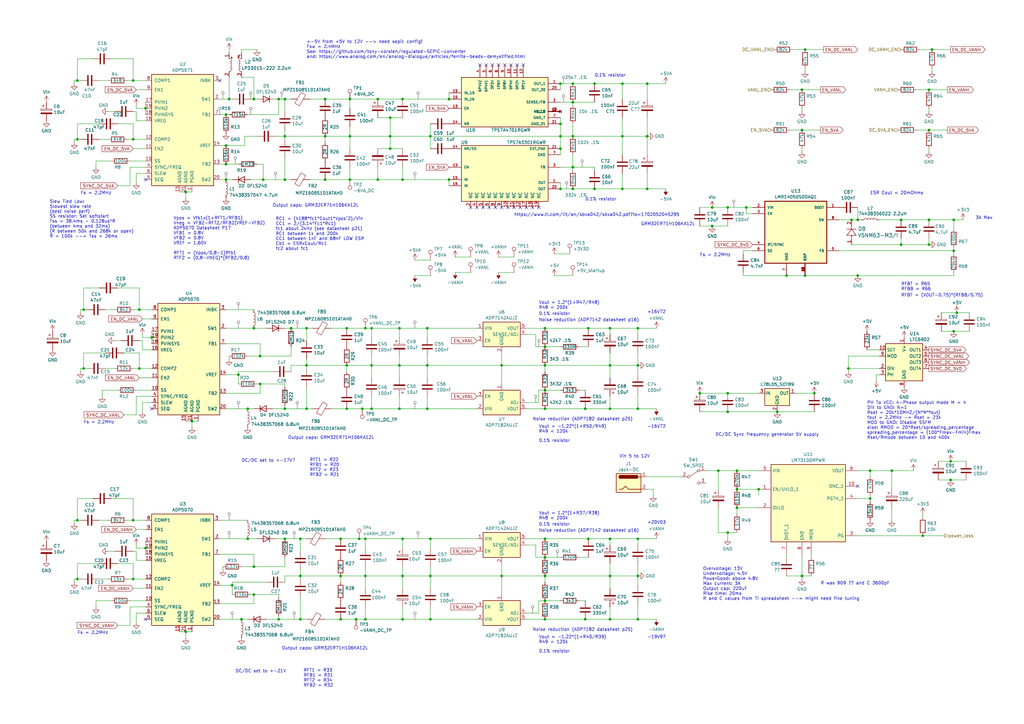
<source format=kicad_sch>
(kicad_sch (version 20250114) (generator "eeschema") (generator_version "9.0")
  (paper "A3")
  (text "3A Max" (at 400.05 90.17 0) (effects (font (size 1.27 1.27)) (justify left bottom)))
  (text "RFBT = R65\nRFBB = R66" (at 369.57 119.38 0) (effects (font (size 1.27 1.27)) (justify left bottom)))
  (text "Overvoltage: 13V\nUndervoltage: 4.5V\nPowerGood: above 4.8V\nMax current: 3A\nOutput cap: 220uF\nRise time: 20ms \nR and C values from TI spreadsheet --> might need fine tuning" (at 288.29 246.38 0) (effects (font (size 1.27 1.27)) (justify left bottom)))
  (text "DC/DC Sync frequency generator 5V supply" (at 293.37 179.07 0) (effects (font (size 1.27 1.27)) (justify left bottom)))
  (text "Vpos = Vfb1x(1+RFT1/RFB1)\nVneg = VFB2-RFT2/RFB2(VREF-VFB2)\nADP5070 Datasheet P17\nVFB1 = 0.8V\nVFB2 = 0.8V\nVREF = 1.60V\n\nRFT1 = (Vpos/0.8-1)Rfb1\nRTF2 = (0.8-VNEG)*(RFB2/0.8)\n" (at 71.12 106.68 0) (effects (font (size 1.27 1.27)) (justify left bottom)))
  (text "GRM32ER71H106KA12L" (at 262.89 92.71 0) (effects (font (size 1.27 1.27)) (justify left bottom)))
  (text "Output caps: GRM32ER71H106KA12L" (at 118.11 180.34 0) (effects (font (size 1.27 1.27)) (justify left bottom)))
  (text "Fs = 2.2MHz" (at 34.29 173.99 0) (effects (font (size 1.27 1.27)) (justify left bottom)))
  (text "0.1% resistor " (at 220.98 215.9 0) (effects (font (size 1.27 1.27)) (justify left bottom)))
  (text "Noise reduction (ADP7142 datasheet p16)" (at 220.98 218.44 0) (effects (font (size 1.27 1.27)) (justify left bottom)))
  (text "RFBT = (VOUT-0.75)*(RFBB/0.75)" (at 369.57 121.92 0) (effects (font (size 1.27 1.27)) (justify left bottom)))
  (text "DC/DC set to +-17V7\n\n" (at 99.06 191.77 0) (effects (font (size 1.27 1.27)) (justify left bottom)))
  (text "RFT1 = R22\nRFB1 = R20\nRFT2 = R23\nRFB2 = R21" (at 127 195.58 0) (effects (font (size 1.27 1.27)) (justify left bottom)))
  (text "Noise reduction (ADP7142 datasheet p16)" (at 220.98 132.08 0) (effects (font (size 1.27 1.27)) (justify left bottom)))
  (text "R was 909 ?? and C 3600pF" (at 336.55 240.03 0) (effects (font (size 1.27 1.27)) (justify left bottom)))
  (text "Noise reduction (ADP7182 datasheet p25)" (at 218.44 172.72 0) (effects (font (size 1.27 1.27)) (justify left bottom)))
  (text "Slew Tied Low: \nSlowest slew rate \n(best noise perf)" (at 20.32 87.63 0) (effects (font (size 1.27 1.27)) (justify left bottom)))
  (text "RC1 = (4188*fc1*Cout1*Vpos^2)/Vin\nCC1 = 2/(3.14*Fc1*Rc1)\nfc1 about 2kHz (see datasheet p21)\nRC1 between 1k and 200k\nCC1 between 1nF and 68nF LOW ESR\nCb1 = ESRxCout/Rc1\nfc2 about fc1 " (at 113.03 102.87 0) (effects (font (size 1.27 1.27)) (justify left bottom)))
  (text "Vout = -1.22*(1+R40/R39)\nR49 < 120k" (at 220.98 264.16 0) (effects (font (size 1.27 1.27)) (justify left bottom)))
  (text "Output caps: GRM32ER71H106KA12L" (at 111.76 85.09 0) (effects (font (size 1.27 1.27)) (justify left bottom)))
  (text "Vout = 1.2*(1+R37/R38)\nR48 < 200k" (at 220.98 213.36 0) (effects (font (size 1.27 1.27)) (justify left bottom)))
  (text "0.1% resistor " (at 243.84 31.75 0) (effects (font (size 1.27 1.27)) (justify left bottom)))
  (text "+-5V from +5V to 12V --> need sepic config!\nFsw = 2.4MHz\nSee: https://github.com/tony-corsten/regulated-SEPIC-converter\nand: https://www.analog.com/en/analog-dialogue/articles/ferrite-beads-demystified.html" (at 125.73 24.13 0) (effects (font (size 1.27 1.27)) (justify left bottom)))
  (text "0.1% resistor " (at 220.98 267.97 0) (effects (font (size 1.27 1.27)) (justify left bottom)))
  (text "+20V03\n\n" (at 265.43 217.17 0) (effects (font (size 1.27 1.27)) (justify left bottom)))
  (text "Vout = -1.22*(1+R50/R49)\nR49 < 120k" (at 220.98 177.8 0) (effects (font (size 1.27 1.27)) (justify left bottom)))
  (text "Vin 5 to 12V" (at 254 187.96 0) (effects (font (size 1.27 1.27)) (justify left bottom)))
  (text "Fs = 2.2MHz" (at 31.75 260.35 0) (effects (font (size 1.27 1.27)) (justify left bottom)))
  (text "Fs = 2.2MHz" (at 287.02 105.41 0) (effects (font (size 1.27 1.27)) (justify left bottom)))
  (text "0.1% resistor " (at 220.98 129.54 0) (effects (font (size 1.27 1.27)) (justify left bottom)))
  (text "SS resistor: Set softstart\nTss = 38.4ms - 0.128us*R\n(between 4ms and 32ms)\n(R between 50k and 268k or open)\nR = 100k --> Tss = 26ms" (at 20.32 97.79 0) (effects (font (size 1.27 1.27)) (justify left bottom)))
  (text "Fs = 2.2MHz" (at 33.02 80.01 0) (effects (font (size 1.27 1.27)) (justify left bottom)))
  (text "+16V72\n\n" (at 265.43 130.81 0) (effects (font (size 1.27 1.27)) (justify left bottom)))
  (text "RFT1 = R33\nRFB1 = R31\nRFT2 = R34\nRFB2 = R32" (at 124.46 281.94 0) (effects (font (size 1.27 1.27)) (justify left bottom)))
  (text "Noise reduction (ADP7182 datasheet p25)" (at 218.44 259.08 0) (effects (font (size 1.27 1.27)) (justify left bottom)))
  (text "PH To VCC: 4-Phase output mode M = 4\nDIV to GND: N=1\nRset = 20k*10MHZ/(N*M*fout)\nfout = 2.2MHz -> Rset = 23k\nMOD to GND: Disable SSFM \nelse: RMOD = 20*Rset/spreading_percentage\nspreading_percentage = (100*Fmax-Fmin)Fmax\nRset/Rmode between 10 and 400k" (at 355.6 180.34 0) (effects (font (size 1.27 1.27)) (justify left bottom)))
  (text "0.1% resistor " (at 240.03 82.55 0) (effects (font (size 1.27 1.27)) (justify left bottom)))
  (text "Output caps: GRM32ER71H106KA12L" (at 115.57 266.7 0) (effects (font (size 1.27 1.27)) (justify left bottom)))
  (text "0.1% resistor " (at 220.98 181.61 0) (effects (font (size 1.27 1.27)) (justify left bottom)))
  (text "ESR Cout < 20mOhms" (at 356.87 80.01 0) (effects (font (size 1.27 1.27)) (justify left bottom)))
  (text "-19V97\n\n" (at 265.43 264.16 0) (effects (font (size 1.27 1.27)) (justify left bottom)))
  (text "DC/DC set to +-21V\n\n" (at 96.52 278.13 0) (effects (font (size 1.27 1.27)) (justify left bottom)))
  (text "Vout = 1.2*(1+R47/R48)\nR48 < 200k" (at 220.98 127 0) (effects (font (size 1.27 1.27)) (justify left bottom)))
  (text "-16V72\n\n" (at 265.43 177.8 0) (effects (font (size 1.27 1.27)) (justify left bottom)))
  (text "https://www.ti.com/lit/an/sbva042/sbva042.pdf?ts=1702052045295" (at 210.82 88.9 0) (effects (font (size 1.27 1.27)) (justify left bottom)))
  (junction (at 392.43 128.27))
  (junction (at 330.2 20.32))
  (junction (at 107.95 73.66))
  (junction (at 92.71 59.69))
  (junction (at 149.86 134.62))
  (junction (at 292.1 92.71))
  (junction (at 104.14 134.62))
  (junction (at 250.19 220.98))
  (junction (at 119.38 134.62))
  (junction (at 223.52 246.38))
  (junction (at 125.73 134.62))
  (junction (at 356.87 204.47))
  (junction (at 241.3 134.62))
  (junction (at 261.62 149.86))
  (junction (at 31.75 237.49))
  (junction (at 176.53 55.88))
  (junction (at 229.87 77.47))
  (junction (at 149.86 220.98))
  (junction (at 311.15 200.66))
  (junction (at 223.52 160.02))
  (junction (at 175.26 149.86))
  (junction (at 165.1 40.64))
  (junction (at 205.74 149.86))
  (junction (at 133.35 40.64))
  (junction (at 298.45 161.29))
  (junction (at 92.71 46.99))
  (junction (at 261.62 167.64))
  (junction (at 261.62 220.98))
  (junction (at 328.93 236.22))
  (junction (at 139.7 220.98))
  (junction (at 160.02 60.96))
  (junction (at 101.6 220.98))
  (junction (at 160.02 55.88))
  (junction (at 302.26 200.66))
  (junction (at 163.83 167.64))
  (junction (at 306.07 85.09))
  (junction (at 154.94 40.64))
  (junction (at 116.84 40.64))
  (junction (at 149.86 236.22))
  (junction (at 250.19 149.86))
  (junction (at 165.1 236.22))
  (junction (at 59.69 44.45))
  (junction (at 165.1 73.66))
  (junction (at 328.93 36.83))
  (junction (at 229.87 50.8))
  (junction (at 223.52 167.64))
  (junction (at 95.25 240.03))
  (junction (at 92.71 73.66))
  (junction (at 104.14 40.64))
  (junction (at 76.2 78.74))
  (junction (at 389.89 196.85))
  (junction (at 391.16 90.17))
  (junction (at 149.86 254))
  (junction (at 163.83 149.86))
  (junction (at 54.61 57.15))
  (junction (at 234.95 68.58))
  (junction (at 298.45 168.91))
  (junction (at 31.75 213.36))
  (junction (at 139.7 254))
  (junction (at 241.3 220.98))
  (junction (at 261.62 134.62))
  (junction (at 369.57 100.33))
  (junction (at 184.15 40.64))
  (junction (at 123.19 220.98))
  (junction (at 234.95 77.47))
  (junction (at 255.27 55.88))
  (junction (at 97.79 153.67))
  (junction (at 148.59 167.64))
  (junction (at 54.61 213.36))
  (junction (at 347.98 151.13))
  (junction (at 234.95 34.29))
  (junction (at 250.19 134.62))
  (junction (at 265.43 77.47))
  (junction (at 223.52 254))
  (junction (at 116.84 167.64))
  (junction (at 205.74 236.22))
  (junction (at 223.52 134.62))
  (junction (at 31.75 33.02))
  (junction (at 255.27 34.29))
  (junction (at 381 90.17))
  (junction (at 389.89 189.23))
  (junction (at 152.4 134.62))
  (junction (at 223.52 228.6))
  (junction (at 114.3 40.64))
  (junction (at 369.57 90.17))
  (junction (at 165.1 254))
  (junction (at 349.25 90.17))
  (junction (at 106.68 157.48))
  (junction (at 223.52 220.98))
  (junction (at 146.05 254))
  (junction (at 243.84 34.29))
  (junction (at 123.19 236.22))
  (junction (at 381 36.83))
  (junction (at 104.14 243.84))
  (junction (at 287.02 161.29))
  (junction (at 356.87 193.04))
  (junction (at 240.03 254))
  (junction (at 250.19 254))
  (junction (at 265.43 34.29))
  (junction (at 106.68 146.05))
  (junction (at 92.71 67.31))
  (junction (at 165.1 220.98))
  (junction (at 93.98 40.64))
  (junction (at 243.84 77.47))
  (junction (at 302.26 193.04))
  (junction (at 351.79 90.17))
  (junction (at 302.26 208.28))
  (junction (at 133.35 55.88))
  (junction (at 184.15 73.66))
  (junction (at 365.76 193.04))
  (junction (at 59.69 224.79))
  (junction (at 328.93 53.34))
  (junction (at 62.23 138.43))
  (junction (at 175.26 134.62))
  (junction (at 351.79 113.03))
  (junction (at 234.95 55.88))
  (junction (at 298.45 85.09))
  (junction (at 154.94 73.66))
  (junction (at 57.15 127))
  (junction (at 143.51 73.66))
  (junction (at 176.53 220.98))
  (junction (at 261.62 254))
  (junction (at 143.51 55.88))
  (junction (at 76.2 259.08))
  (junction (at 142.24 149.86))
  (junction (at 330.2 113.03))
  (junction (at 250.19 236.22))
  (junction (at 125.73 149.86))
  (junction (at 391.16 102.87))
  (junction (at 31.75 57.15))
  (junction (at 116.84 220.98))
  (junction (at 382.27 20.32))
  (junction (at 101.6 167.64))
  (junction (at 261.62 236.22))
  (junction (at 176.53 254))
  (junction (at 152.4 167.64))
  (junction (at 334.01 161.29))
  (junction (at 99.06 254))
  (junction (at 114.3 254))
  (junction (at 223.52 149.86))
  (junction (at 265.43 55.88))
  (junction (at 318.77 168.91))
  (junction (at 175.26 167.64))
  (junction (at 34.29 151.13))
  (junction (at 142.24 134.62))
  (junction (at 152.4 149.86))
  (junction (at 176.53 236.22))
  (junction (at 223.52 236.22))
  (junction (at 78.74 172.72))
  (junction (at 255.27 77.47))
  (junction (at 250.19 167.64))
  (junction (at 229.87 34.29))
  (junction (at 104.14 232.41))
  (junction (at 292.1 85.09))
  (junction (at 125.73 167.64))
  (junction (at 116.84 73.66))
  (junction (at 391.16 135.89))
  (junction (at 378.46 219.71))
  (junction (at 229.87 60.96))
  (junction (at 116.84 55.88))
  (junction (at 322.58 113.03))
  (junction (at 54.61 33.02))
  (junction (at 234.95 41.91))
  (junction (at 381 100.33))
  (junction (at 223.52 142.24))
  (junction (at 143.51 40.64))
  (junction (at 133.35 73.66))
  (junction (at 57.15 151.13))
  (junction (at 142.24 167.64))
  (junction (at 54.61 237.49))
  (junction (at 163.83 134.62))
  (junction (at 34.29 127))
  (junction (at 381 53.34))
  (junction (at 160.02 48.26))
  (junction (at 240.03 167.64))
  (junction (at 123.19 254))
  (junction (at 147.32 220.98))
  (junction (at 298.45 218.44))
  (junction (at 294.64 193.04))
  (junction (at 229.87 55.88))
  (junction (at 139.7 236.22))
  (no_connect (at 213.36 85.09))
  (no_connect (at 214.63 26.67))
  (no_connect (at 203.2 85.09))
  (no_connect (at 212.09 26.67))
  (no_connect (at 218.44 85.09))
  (no_connect (at 351.79 199.39))
  (no_connect (at 198.12 85.09))
  (no_connect (at 59.69 73.66))
  (no_connect (at 209.55 26.67))
  (no_connect (at 215.9 85.09))
  (no_connect (at 201.93 26.67))
  (no_connect (at 229.87 45.72))
  (no_connect (at 59.69 254))
  (no_connect (at 193.04 85.09))
  (no_connect (at 208.28 85.09))
  (no_connect (at 195.58 85.09))
  (no_connect (at 204.47 26.67))
  (no_connect (at 220.98 85.09))
  (no_connect (at 200.66 85.09))
  (no_connect (at 207.01 26.67))
  (no_connect (at 199.39 26.67))
  (no_connect (at 196.85 26.67))
  (no_connect (at 90.17 33.02))
  (no_connect (at 210.82 85.09))
  (no_connect (at 205.74 85.09))
  (no_connect (at 62.23 167.64))
  (wire (pts (xy 55.88 45.72) (xy 54.61 45.72)))
  (wire (pts (xy 100.33 55.88) (xy 100.33 59.69)))
  (wire (pts (xy 381 53.34) (xy 388.62 53.34)))
  (wire (pts (xy 55.88 160.02) (xy 62.23 160.02)))
  (wire (pts (xy 116.84 236.22) (xy 116.84 238.76)))
  (wire (pts (xy 375.92 36.83) (xy 381 36.83)))
  (wire (pts (xy 298.45 161.29) (xy 311.15 161.29)))
  (wire (pts (xy 237.49 246.38) (xy 240.03 246.38)))
  (wire (pts (xy 54.61 33.02) (xy 54.61 24.13)))
  (wire (pts (xy 328.93 60.96) (xy 328.93 62.23)))
  (wire (pts (xy 53.34 68.58) (xy 59.69 68.58)))
  (wire (pts (xy 323.85 53.34) (xy 328.93 53.34)))
  (wire (pts (xy 102.87 243.84) (xy 104.14 243.84)))
  (wire (pts (xy 53.34 66.04) (xy 59.69 66.04)))
  (wire (pts (xy 356.87 204.47) (xy 356.87 205.74)))
  (wire (pts (xy 33.02 213.36) (xy 31.75 213.36)))
  (wire (pts (xy 33.02 151.13) (xy 33.02 152.4)))
  (wire (pts (xy 114.3 40.64) (xy 113.03 40.64)))
  (wire (pts (xy 229.87 77.47) (xy 234.95 77.47)))
  (wire (pts (xy 160.02 48.26) (xy 165.1 48.26)))
  (wire (pts (xy 147.32 220.98) (xy 139.7 220.98)))
  (wire (pts (xy 347.98 146.05) (xy 347.98 151.13)))
  (wire (pts (xy 152.4 134.62) (xy 163.83 134.62)))
  (wire (pts (xy 160.02 55.88) (xy 160.02 60.96)))
  (wire (pts (xy 378.46 219.71) (xy 387.35 219.71)))
  (wire (pts (xy 365.76 208.28) (xy 365.76 213.36)))
  (wire (pts (xy 186.69 111.76) (xy 193.04 111.76)))
  (wire (pts (xy 234.95 41.91) (xy 234.95 43.18)))
  (wire (pts (xy 119.38 149.86) (xy 119.38 152.4)))
  (wire (pts (xy 125.73 139.7) (xy 125.73 134.62)))
  (wire (pts (xy 234.95 34.29) (xy 243.84 34.29)))
  (wire (pts (xy 143.51 55.88) (xy 160.02 55.88)))
  (wire (pts (xy 104.14 232.41) (xy 116.84 232.41)))
  (wire (pts (xy 229.87 55.88) (xy 234.95 55.88)))
  (wire (pts (xy 392.43 128.27) (xy 397.51 128.27)))
  (wire (pts (xy 302.26 208.28) (xy 302.26 210.82)))
  (wire (pts (xy 261.62 220.98) (xy 261.62 223.52)))
  (wire (pts (xy 125.73 147.32) (xy 125.73 149.86)))
  (wire (pts (xy 265.43 71.12) (xy 265.43 77.47)))
  (wire (pts (xy 255.27 55.88) (xy 265.43 55.88)))
  (wire (pts (xy 105.41 55.88) (xy 100.33 55.88)))
  (wire (pts (xy 104.14 40.64) (xy 105.41 40.64)))
  (wire (pts (xy 308.61 87.63) (xy 306.07 87.63)))
  (wire (pts (xy 381 36.83) (xy 388.62 36.83)))
  (wire (pts (xy 160.02 55.88) (xy 176.53 55.88)))
  (wire (pts (xy 184.15 73.66) (xy 184.15 76.2)))
  (wire (pts (xy 223.52 246.38) (xy 229.87 246.38)))
  (wire (pts (xy 265.43 195.58) (xy 279.4 195.58)))
  (wire (pts (xy 40.64 50.8) (xy 31.75 50.8)))
  (wire (pts (xy 250.19 254) (xy 261.62 254)))
  (wire (pts (xy 250.19 236.22) (xy 250.19 241.3)))
  (wire (pts (xy 40.64 213.36) (xy 44.45 213.36)))
  (wire (pts (xy 250.19 248.92) (xy 250.19 254)))
  (wire (pts (xy 92.71 140.97) (xy 106.68 140.97)))
  (wire (pts (xy 163.83 149.86) (xy 163.83 154.94)))
  (wire (pts (xy 30.48 33.02) (xy 30.48 34.29)))
  (wire (pts (xy 152.4 134.62) (xy 149.86 134.62)))
  (wire (pts (xy 377.19 20.32) (xy 382.27 20.32)))
  (wire (pts (xy 152.4 162.56) (xy 152.4 167.64)))
  (wire (pts (xy 57.15 154.94) (xy 62.23 154.94)))
  (wire (pts (xy 52.07 213.36) (xy 54.61 213.36)))
  (wire (pts (xy 298.45 218.44) (xy 294.64 218.44)))
  (wire (pts (xy 57.15 144.78) (xy 57.15 151.13)))
  (wire (pts (xy 139.7 236.22) (xy 149.86 236.22)))
  (wire (pts (xy 54.61 151.13) (xy 57.15 151.13)))
  (wire (pts (xy 204.47 111.76) (xy 210.82 111.76)))
  (wire (pts (xy 223.52 167.64) (xy 240.03 167.64)))
  (wire (pts (xy 165.1 248.92) (xy 165.1 254)))
  (wire (pts (xy 227.33 104.14) (xy 233.68 104.14)))
  (wire (pts (xy 48.26 50.8) (xy 54.61 50.8)))
  (wire (pts (xy 123.19 245.11) (xy 123.19 254)))
  (wire (pts (xy 165.1 254) (xy 176.53 254)))
  (wire (pts (xy 381 60.96) (xy 381 62.23)))
  (wire (pts (xy 107.95 73.66) (xy 116.84 73.66)))
  (wire (pts (xy 48.26 231.14) (xy 54.61 231.14)))
  (wire (pts (xy 205.74 236.22) (xy 205.74 243.84)))
  (wire (pts (xy 104.14 243.84) (xy 104.14 247.65)))
  (wire (pts (xy 205.74 144.78) (xy 205.74 149.86)))
  (wire (pts (xy 59.69 222.25) (xy 59.69 224.79)))
  (wire (pts (xy 113.03 220.98) (xy 116.84 220.98)))
  (wire (pts (xy 205.74 149.86) (xy 223.52 149.86)))
  (wire (pts (xy 149.86 224.79) (xy 149.86 220.98)))
  (wire (pts (xy 76.2 78.74) (xy 76.2 81.28)))
  (wire (pts (xy 143.51 52.07) (xy 143.51 55.88)))
  (wire (pts (xy 92.71 167.64) (xy 101.6 167.64)))
  (wire (pts (xy 59.69 44.45) (xy 59.69 46.99)))
  (wire (pts (xy 322.58 113.03) (xy 304.8 113.03)))
  (wire (pts (xy 356.87 193.04) (xy 365.76 193.04)))
  (wire (pts (xy 31.75 204.47) (xy 38.1 204.47)))
  (wire (pts (xy 287.02 168.91) (xy 298.45 168.91)))
  (wire (pts (xy 360.68 153.67) (xy 359.41 153.67)))
  (wire (pts (xy 165.1 68.58) (xy 165.1 73.66)))
  (wire (pts (xy 54.61 237.49) (xy 59.69 237.49)))
  (wire (pts (xy 53.34 248.92) (xy 59.69 248.92)))
  (wire (pts (xy 116.84 40.64) (xy 114.3 40.64)))
  (wire (pts (xy 165.1 73.66) (xy 184.15 73.66)))
  (wire (pts (xy 107.95 73.66) (xy 102.87 73.66)))
  (wire (pts (xy 97.79 152.4) (xy 111.76 152.4)))
  (wire (pts (xy 328.93 236.22) (xy 328.93 237.49)))
  (wire (pts (xy 53.34 256.54) (xy 48.26 256.54)))
  (wire (pts (xy 33.02 57.15) (xy 31.75 57.15)))
  (wire (pts (xy 102.87 40.64) (xy 104.14 40.64)))
  (wire (pts (xy 302.26 208.28) (xy 311.15 208.28)))
  (wire (pts (xy 351.79 85.09) (xy 351.79 90.17)))
  (wire (pts (xy 347.98 151.13) (xy 360.68 151.13)))
  (wire (pts (xy 344.17 102.87) (xy 391.16 102.87)))
  (wire (pts (xy 116.84 53.34) (xy 116.84 55.88)))
  (wire (pts (xy 149.86 254) (xy 165.1 254)))
  (wire (pts (xy 33.02 127) (xy 33.02 128.27)))
  (wire (pts (xy 57.15 151.13) (xy 62.23 151.13)))
  (wire (pts (xy 261.62 220.98) (xy 269.24 220.98)))
  (wire (pts (xy 243.84 34.29) (xy 255.27 34.29)))
  (wire (pts (xy 294.64 193.04) (xy 294.64 200.66)))
  (wire (pts (xy 52.07 57.15) (xy 54.61 57.15)))
  (wire (pts (xy 241.3 134.62) (xy 250.19 134.62)))
  (wire (pts (xy 34.29 144.78) (xy 34.29 151.13)))
  (wire (pts (xy 223.52 236.22) (xy 223.52 238.76)))
  (wire (pts (xy 170.18 113.03) (xy 176.53 113.03)))
  (wire (pts (xy 175.26 167.64) (xy 195.58 167.64)))
  (wire (pts (xy 261.62 247.65) (xy 261.62 254)))
  (wire (pts (xy 45.72 246.38) (xy 39.37 246.38)))
  (wire (pts (xy 101.6 46.99) (xy 114.3 46.99)))
  (wire (pts (xy 116.84 45.72) (xy 116.84 40.64)))
  (wire (pts (xy 55.88 217.17) (xy 59.69 217.17)))
  (wire (pts (xy 143.51 55.88) (xy 143.51 60.96)))
  (wire (pts (xy 386.08 135.89) (xy 391.16 135.89)))
  (wire (pts (xy 44.45 226.06) (xy 46.99 226.06)))
  (wire (pts (xy 90.17 67.31) (xy 92.71 67.31)))
  (wire (pts (xy 318.77 168.91) (xy 334.01 168.91)))
  (wire (pts (xy 142.24 149.86) (xy 152.4 149.86)))
  (wire (pts (xy 250.19 220.98) (xy 250.19 223.52)))
  (wire (pts (xy 250.19 167.64) (xy 261.62 167.64)))
  (wire (pts (xy 116.84 158.75) (xy 116.84 157.48)))
  (wire (pts (xy 287.02 85.09) (xy 292.1 85.09)))
  (wire (pts (xy 91.44 232.41) (xy 91.44 233.68)))
  (wire (pts (xy 240.03 167.64) (xy 250.19 167.64)))
  (wire (pts (xy 123.19 236.22) (xy 116.84 236.22)))
  (wire (pts (xy 328.93 53.34) (xy 336.55 53.34)))
  (wire (pts (xy 58.42 143.51) (xy 58.42 139.7)))
  (wire (pts (xy 31.75 24.13) (xy 38.1 24.13)))
  (wire (pts (xy 265.43 34.29) (xy 273.05 34.29)))
  (wire (pts (xy 365.76 193.04) (xy 374.65 193.04)))
  (wire (pts (xy 389.89 196.85) (xy 396.24 196.85)))
  (wire (pts (xy 240.03 254) (xy 250.19 254)))
  (wire (pts (xy 133.35 55.88) (xy 133.35 58.42)))
  (wire (pts (xy 30.48 237.49) (xy 30.48 238.76)))
  (wire (pts (xy 149.86 232.41) (xy 149.86 236.22)))
  (wire (pts (xy 215.9 134.62) (xy 223.52 134.62)))
  (wire (pts (xy 54.61 213.36) (xy 54.61 204.47)))
  (wire (pts (xy 104.14 227.33) (xy 104.14 232.41)))
  (wire (pts (xy 62.23 138.43) (xy 58.42 138.43)))
  (wire (pts (xy 58.42 143.51) (xy 62.23 143.51)))
  (wire (pts (xy 220.98 165.1) (xy 215.9 165.1)))
  (wire (pts (xy 116.84 55.88) (xy 133.35 55.88)))
  (wire (pts (xy 176.53 254) (xy 195.58 254)))
  (wire (pts (xy 114.3 245.11) (xy 114.3 243.84)))
  (wire (pts (xy 149.86 134.62) (xy 142.24 134.62)))
  (wire (pts (xy 99.06 20.32) (xy 99.06 21.59)))
  (wire (pts (xy 176.53 236.22) (xy 176.53 241.3)))
  (wire (pts (xy 234.95 55.88) (xy 255.27 55.88)))
  (wire (pts (xy 255.27 77.47) (xy 265.43 77.47)))
  (wire (pts (xy 163.83 167.64) (xy 175.26 167.64)))
  (wire (pts (xy 90.17 59.69) (xy 92.71 59.69)))
  (wire (pts (xy 330.2 20.32) (xy 337.82 20.32)))
  (wire (pts (xy 219.71 137.16) (xy 219.71 142.24)))
  (wire (pts (xy 123.19 233.68) (xy 123.19 236.22)))
  (wire (pts (xy 54.61 127) (xy 57.15 127)))
  (wire (pts (xy 125.73 149.86) (xy 142.24 149.86)))
  (wire (pts (xy 215.9 137.16) (xy 219.71 137.16)))
  (wire (pts (xy 116.84 220.98) (xy 123.19 220.98)))
  (wire (pts (xy 265.43 200.66) (xy 267.97 200.66)))
  (wire (pts (xy 382.27 27.94) (xy 382.27 29.21)))
  (wire (pts (xy 53.34 76.2) (xy 48.26 76.2)))
  (wire (pts (xy 105.41 157.48) (xy 106.68 157.48)))
  (wire (pts (xy 234.95 50.8) (xy 234.95 55.88)))
  (wire (pts (xy 347.98 151.13) (xy 347.98 152.4)))
  (wire (pts (xy 93.98 146.05) (xy 93.98 147.32)))
  (wire (pts (xy 261.62 167.64) (xy 269.24 167.64)))
  (wire (pts (xy 165.1 40.64) (xy 184.15 40.64)))
  (wire (pts (xy 54.61 213.36) (xy 59.69 213.36)))
  (wire (pts (xy 114.3 254) (xy 109.22 254)))
  (wire (pts (xy 90.17 254) (xy 99.06 254)))
  (wire (pts (xy 31.75 57.15) (xy 30.48 57.15)))
  (wire (pts (xy 163.83 149.86) (xy 175.26 149.86)))
  (wire (pts (xy 43.18 151.13) (xy 46.99 151.13)))
  (wire (pts (xy 349.25 100.33) (xy 369.57 100.33)))
  (wire (pts (xy 344.17 90.17) (xy 349.25 90.17)))
  (wire (pts (xy 163.83 146.05) (xy 163.83 149.86)))
  (wire (pts (xy 58.42 165.1) (xy 58.42 168.91)))
  (wire (pts (xy 351.79 113.03) (xy 391.16 113.03)))
  (wire (pts (xy 106.68 146.05) (xy 119.38 146.05)))
  (wire (pts (xy 43.18 144.78) (xy 34.29 144.78)))
  (wire (pts (xy 59.69 71.12) (xy 55.88 71.12)))
  (wire (pts (xy 328.93 36.83) (xy 336.55 36.83)))
  (wire (pts (xy 355.6 143.51) (xy 360.68 143.51)))
  (wire (pts (xy 234.95 77.47) (xy 243.84 77.47)))
  (wire (pts (xy 97.79 153.67) (xy 97.79 157.48)))
  (wire (pts (xy 92.71 127) (xy 104.14 127)))
  (wire (pts (xy 40.64 231.14) (xy 31.75 231.14)))
  (wire (pts (xy 163.83 162.56) (xy 163.83 167.64)))
  (wire (pts (xy 99.06 254) (xy 101.6 254)))
  (wire (pts (xy 255.27 71.12) (xy 255.27 77.47)))
  (wire (pts (xy 116.84 167.64) (xy 125.73 167.64)))
  (wire (pts (xy 326.39 161.29) (xy 334.01 161.29)))
  (wire (pts (xy 90.17 213.36) (xy 101.6 213.36)))
  (wire (pts (xy 175.26 149.86) (xy 175.26 154.94)))
  (wire (pts (xy 142.24 149.86) (xy 142.24 152.4)))
  (wire (pts (xy 347.98 146.05) (xy 360.68 146.05)))
  (wire (pts (xy 44.45 45.72) (xy 46.99 45.72)))
  (wire (pts (xy 31.75 33.02) (xy 30.48 33.02)))
  (wire (pts (xy 265.43 34.29) (xy 265.43 40.64)))
  (wire (pts (xy 125.73 134.62) (xy 128.27 134.62)))
  (wire (pts (xy 125.73 158.75) (xy 125.73 167.64)))
  (wire (pts (xy 139.7 236.22) (xy 139.7 238.76)))
  (wire (pts (xy 62.23 165.1) (xy 58.42 165.1)))
  (wire (pts (xy 105.41 20.32) (xy 99.06 20.32)))
  (wire (pts (xy 289.56 193.04) (xy 294.64 193.04)))
  (wire (pts (xy 116.84 228.6) (xy 116.84 232.41)))
  (wire (pts (xy 302.26 218.44) (xy 298.45 218.44)))
  (wire (pts (xy 265.43 48.26) (xy 265.43 55.88)))
  (wire (pts (xy 50.8 144.78) (xy 57.15 144.78)))
  (wire (pts (xy 31.75 50.8) (xy 31.75 57.15)))
  (wire (pts (xy 184.15 38.1) (xy 184.15 40.64)))
  (wire (pts (xy 90.17 46.99) (xy 92.71 46.99)))
  (wire (pts (xy 220.98 251.46) (xy 215.9 251.46)))
  (wire (pts (xy 55.88 43.18) (xy 55.88 44.45)))
  (wire (pts (xy 59.69 224.79) (xy 59.69 227.33)))
  (wire (pts (xy 40.64 33.02) (xy 44.45 33.02)))
  (wire (pts (xy 31.75 231.14) (xy 31.75 237.49)))
  (wire (pts (xy 95.25 240.03) (xy 95.25 243.84)))
  (wire (pts (xy 55.88 170.18) (xy 50.8 170.18)))
  (wire (pts (xy 54.61 50.8) (xy 54.61 57.15)))
  (wire (pts (xy 106.68 157.48) (xy 116.84 157.48)))
  (wire (pts (xy 369.57 100.33) (xy 381 100.33)))
  (wire (pts (xy 229.87 34.29) (xy 229.87 36.83)))
  (wire (pts (xy 40.64 57.15) (xy 44.45 57.15)))
  (wire (pts (xy 160.02 48.26) (xy 160.02 55.88)))
  (wire (pts (xy 152.4 138.43) (xy 152.4 134.62)))
  (wire (pts (xy 381 90.17) (xy 391.16 90.17)))
  (wire (pts (xy 53.34 246.38) (xy 59.69 246.38)))
  (wire (pts (xy 119.38 142.24) (xy 119.38 146.05)))
  (wire (pts (xy 54.61 231.14) (xy 54.61 237.49)))
  (wire (pts (xy 76.2 259.08) (xy 76.2 261.62)))
  (wire (pts (xy 123.19 236.22) (xy 139.7 236.22)))
  (wire (pts (xy 175.26 146.05) (xy 175.26 149.86)))
  (wire (pts (xy 127 40.64) (xy 133.35 40.64)))
  (wire (pts (xy 78.74 172.72) (xy 81.28 172.72)))
  (wire (pts (xy 152.4 167.64) (xy 163.83 167.64)))
  (wire (pts (xy 349.25 90.17) (xy 351.79 90.17)))
  (wire (pts (xy 123.19 220.98) (xy 125.73 220.98)))
  (wire (pts (xy 55.88 223.52) (xy 55.88 224.79)))
  (wire (pts (xy 92.71 161.29) (xy 106.68 161.29)))
  (wire (pts (xy 389.89 189.23) (xy 396.24 189.23)))
  (wire (pts (xy 234.95 68.58) (xy 243.84 68.58)))
  (wire (pts (xy 241.3 220.98) (xy 250.19 220.98)))
  (wire (pts (xy 391.16 135.89) (xy 397.51 135.89)))
  (wire (pts (xy 325.12 20.32) (xy 330.2 20.32)))
  (wire (pts (xy 90.17 227.33) (xy 104.14 227.33)))
  (wire (pts (xy 219.71 228.6) (xy 223.52 228.6)))
  (wire (pts (xy 332.74 227.33) (xy 332.74 228.6)))
  (wire (pts (xy 255.27 55.88) (xy 255.27 63.5)))
  (wire (pts (xy 330.2 113.03) (xy 351.79 113.03)))
  (wire (pts (xy 369.57 97.79) (xy 369.57 100.33)))
  (wire (pts (xy 250.19 162.56) (xy 250.19 167.64)))
  (wire (pts (xy 261.62 236.22) (xy 261.62 240.03)))
  (wire (pts (xy 391.16 102.87) (xy 391.16 104.14)))
  (wire (pts (xy 384.81 196.85) (xy 389.89 196.85)))
  (wire (pts (xy 152.4 149.86) (xy 152.4 154.94)))
  (wire (pts (xy 265.43 77.47) (xy 273.05 77.47)))
  (wire (pts (xy 382.27 20.32) (xy 389.89 20.32)))
  (wire (pts (xy 149.86 236.22) (xy 165.1 236.22)))
  (wire (pts (xy 54.61 24.13) (xy 45.72 24.13)))
  (wire (pts (xy 54.61 57.15) (xy 59.69 57.15)))
  (wire (pts (xy 292.1 85.09) (xy 298.45 85.09)))
  (wire (pts (xy 92.71 46.99) (xy 93.98 46.99)))
  (wire (pts (xy 59.69 224.79) (xy 55.88 224.79)))
  (wire (pts (xy 163.83 134.62) (xy 163.83 138.43)))
  (wire (pts (xy 55.88 162.56) (xy 62.23 162.56)))
  (wire (pts (xy 149.86 220.98) (xy 165.1 220.98)))
  (wire (pts (xy 381 44.45) (xy 381 45.72)))
  (wire (pts (xy 384.81 189.23) (xy 389.89 189.23)))
  (wire (pts (xy 330.2 27.94) (xy 330.2 29.21)))
  (wire (pts (xy 116.84 40.64) (xy 119.38 40.64)))
  (wire (pts (xy 378.46 210.82) (xy 378.46 212.09)))
  (wire (pts (xy 123.19 226.06) (xy 123.19 220.98)))
  (wire (pts (xy 104.14 31.75) (xy 104.14 40.64)))
  (wire (pts (xy 229.87 50.8) (xy 229.87 55.88)))
  (wire (pts (xy 90.17 220.98) (xy 101.6 220.98)))
  (wire (pts (xy 261.62 134.62) (xy 269.24 134.62)))
  (wire (pts (xy 53.34 248.92) (xy 53.34 256.54)))
  (wire (pts (xy 149.86 236.22) (xy 149.86 241.3)))
  (wire (pts (xy 154.94 40.64) (xy 165.1 40.64)))
  (wire (pts (xy 223.52 254) (xy 215.9 254)))
  (wire (pts (xy 127 73.66) (xy 133.35 73.66)))
  (wire (pts (xy 223.52 167.64) (xy 215.9 167.64)))
  (wire (pts (xy 35.56 151.13) (xy 34.29 151.13)))
  (wire (pts (xy 123.19 254) (xy 125.73 254)))
  (wire (pts (xy 302.26 200.66) (xy 311.15 200.66)))
  (wire (pts (xy 176.53 220.98) (xy 195.58 220.98)))
  (wire (pts (xy 223.52 134.62) (xy 241.3 134.62)))
  (wire (pts (xy 261.62 161.29) (xy 261.62 167.64)))
  (wire (pts (xy 143.51 73.66) (xy 154.94 73.66)))
  (wire (pts (xy 304.8 102.87) (xy 304.8 104.14)))
  (wire (pts (xy 93.98 31.75) (xy 93.98 40.64)))
  (wire (pts (xy 54.61 204.47) (xy 45.72 204.47)))
  (wire (pts (xy 54.61 241.3) (xy 59.69 241.3)))
  (wire (pts (xy 35.56 127) (xy 34.29 127)))
  (wire (pts (xy 154.94 48.26) (xy 160.02 48.26)))
  (wire (pts (xy 58.42 130.81) (xy 62.23 130.81)))
  (wire (pts (xy 223.52 149.86) (xy 250.19 149.86)))
  (wire (pts (xy 125.73 149.86) (xy 125.73 151.13)))
  (wire (pts (xy 95.25 238.76) (xy 95.25 240.03)))
  (wire (pts (xy 39.37 66.04) (xy 39.37 68.58)))
  (wire (pts (xy 265.43 55.88) (xy 265.43 63.5)))
  (wire (pts (xy 223.52 142.24) (xy 229.87 142.24)))
  (wire (pts (xy 391.16 90.17) (xy 394.97 90.17)))
  (wire (pts (xy 205.74 231.14) (xy 205.74 236.22)))
  (wire (pts (xy 237.49 142.24) (xy 241.3 142.24)))
  (wire (pts (xy 175.26 162.56) (xy 175.26 167.64)))
  (wire (pts (xy 229.87 60.96) (xy 229.87 63.5)))
  (wire (pts (xy 125.73 167.64) (xy 128.27 167.64)))
  (wire (pts (xy 45.72 66.04) (xy 39.37 66.04)))
  (wire (pts (xy 92.71 59.69) (xy 100.33 59.69)))
  (wire (pts (xy 34.29 127) (xy 34.29 118.11)))
  (wire (pts (xy 116.84 64.77) (xy 116.84 73.66)))
  (wire (pts (xy 92.71 73.66) (xy 95.25 73.66)))
  (wire (pts (xy 175.26 134.62) (xy 195.58 134.62)))
  (wire (pts (xy 33.02 237.49) (xy 31.75 237.49)))
  (wire (pts (xy 93.98 40.64) (xy 95.25 40.64)))
  (wire (pts (xy 223.52 246.38) (xy 220.98 246.38)))
  (wire (pts (xy 287.02 92.71) (xy 292.1 92.71)))
  (wire (pts (xy 219.71 142.24) (xy 223.52 142.24)))
  (wire (pts (xy 43.18 127) (xy 46.99 127)))
  (wire (pts (xy 114.3 252.73) (xy 114.3 254)))
  (wire (pts (xy 57.15 118.11) (xy 48.26 118.11)))
  (wire (pts (xy 250.19 144.78) (xy 250.19 149.86)))
  (wire (pts (xy 351.79 219.71) (xy 378.46 219.71)))
  (wire (pts (xy 227.33 113.03) (xy 234.95 113.03)))
  (wire (pts (xy 30.48 213.36) (xy 30.48 214.63)))
  (wire (pts (xy 31.75 213.36) (xy 30.48 213.36)))
  (wire (pts (xy 104.14 134.62) (xy 109.22 134.62)))
  (wire (pts (xy 62.23 138.43) (xy 62.23 140.97)))
  (wire (pts (xy 125.73 149.86) (xy 119.38 149.86)))
  (wire (pts (xy 143.51 68.58) (xy 143.51 73.66)))
  (wire (pts (xy 186.69 105.41) (xy 193.04 105.41)))
  (wire (pts (xy 255.27 34.29) (xy 255.27 40.64)))
  (wire (pts (xy 30.48 57.15) (xy 30.48 58.42)))
  (wire (pts (xy 92.71 134.62) (xy 104.14 134.62)))
  (wire (pts (xy 175.26 149.86) (xy 205.74 149.86)))
  (wire (pts (xy 55.88 229.87) (xy 59.69 229.87)))
  (wire (pts (xy 55.88 36.83) (xy 59.69 36.83)))
  (wire (pts (xy 90.17 40.64) (xy 93.98 40.64)))
  (wire (pts (xy 229.87 41.91) (xy 234.95 41.91)))
  (wire (pts (xy 391.16 111.76) (xy 391.16 113.03)))
  (wire (pts (xy 375.92 53.34) (xy 381 53.34)))
  (wire (pts (xy 31.75 237.49) (xy 30.48 237.49)))
  (wire (pts (xy 114.3 46.99) (xy 114.3 40.64)))
  (wire (pts (xy 165.1 220.98) (xy 165.1 224.79)))
  (wire (pts (xy 57.15 127) (xy 57.15 118.11)))
  (wire (pts (xy 55.88 49.53) (xy 55.88 45.72)))
  (wire (pts (xy 304.8 113.03) (xy 304.8 111.76)))
  (wire (pts (xy 76.2 78.74) (xy 78.74 78.74)))
  (wire (pts (xy 391.16 90.17) (xy 391.16 93.98)))
  (wire (pts (xy 165.1 220.98) (xy 176.53 220.98)))
  (wire (pts (xy 215.9 223.52) (xy 219.71 223.52)))
  (wire (pts (xy 119.38 134.62) (xy 125.73 134.62)))
  (wire (pts (xy 31.75 213.36) (xy 31.75 204.47)))
  (wire (pts (xy 154.94 73.66) (xy 165.1 73.66)))
  (wire (pts (xy 34.29 118.11) (xy 40.64 118.11)))
  (wire (pts (xy 322.58 227.33) (xy 322.58 228.6)))
  (wire (pts (xy 90.17 73.66) (xy 92.71 73.66)))
  (wire (pts (xy 381 97.79) (xy 381 100.33)))
  (wire (pts (xy 133.35 220.98) (xy 139.7 220.98)))
  (wire (pts (xy 356.87 203.2) (xy 356.87 204.47)))
  (wire (pts (xy 365.76 193.04) (xy 365.76 200.66)))
  (wire (pts (xy 104.14 243.84) (xy 114.3 243.84)))
  (wire (pts (xy 57.15 127) (xy 62.23 127)))
  (wire (pts (xy 62.23 135.89) (xy 62.23 138.43)))
  (wire (pts (xy 52.07 33.02) (xy 54.61 33.02)))
  (wire (pts (xy 204.47 105.41) (xy 210.82 105.41)))
  (wire (pts (xy 105.41 67.31) (xy 107.95 67.31)))
  (wire (pts (xy 123.19 236.22) (xy 123.19 237.49)))
  (wire (pts (xy 59.69 41.91) (xy 59.69 44.45)))
  (wire (pts (xy 223.52 228.6) (xy 229.87 228.6)))
  (wire (pts (xy 250.19 149.86) (xy 250.19 154.94)))
  (wire (pts (xy 229.87 55.88) (xy 229.87 60.96)))
  (wire (pts (xy 205.74 149.86) (xy 205.74 157.48)))
  (wire (pts (xy 330.2 113.03) (xy 322.58 113.03)))
  (wire (pts (xy 101.6 167.64) (xy 104.14 167.64)))
  (wire (pts (xy 165.1 236.22) (xy 176.53 236.22)))
  (wire (pts (xy 93.98 20.32) (xy 93.98 21.59)))
  (wire (pts (xy 34.29 127) (xy 33.02 127)))
  (wire (pts (xy 55.88 226.06) (xy 54.61 226.06)))
  (wire (pts (xy 351.79 193.04) (xy 356.87 193.04)))
  (wire (pts (xy 73.66 259.08) (xy 76.2 259.08)))
  (wire (pts (xy 106.68 140.97) (xy 106.68 146.05)))
  (wire (pts (xy 261.62 144.78) (xy 261.62 149.86)))
  (wire (pts (xy 34.29 151.13) (xy 33.02 151.13)))
  (wire (pts (xy 163.83 134.62) (xy 175.26 134.62)))
  (wire (pts (xy 234.95 41.91) (xy 243.84 41.91)))
  (wire (pts (xy 292.1 92.71) (xy 298.45 92.71)))
  (wire (pts (xy 176.53 55.88) (xy 176.53 60.96)))
  (wire (pts (xy 116.84 134.62) (xy 119.38 134.62)))
  (wire (pts (xy 165.1 236.22) (xy 165.1 241.3)))
  (wire (pts (xy 234.95 68.58) (xy 234.95 69.85)))
  (wire (pts (xy 229.87 48.26) (xy 229.87 50.8)))
  (wire (pts (xy 356.87 193.04) (xy 356.87 195.58)))
  (wire (pts (xy 237.49 228.6) (xy 241.3 228.6)))
  (wire (pts (xy 261.62 149.86) (xy 261.62 153.67)))
  (wire (pts (xy 243.84 68.58) (xy 243.84 69.85)))
  (wire (pts (xy 234.95 63.5) (xy 234.95 68.58)))
  (wire (pts (xy 101.6 220.98) (xy 105.41 220.98)))
  (wire (pts (xy 306.07 87.63) (xy 306.07 85.09)))
  (wire (pts (xy 148.59 167.64) (xy 142.24 167.64)))
  (wire (pts (xy 176.53 248.92) (xy 176.53 254)))
  (wire (pts (xy 243.84 77.47) (xy 255.27 77.47)))
  (wire (pts (xy 298.45 218.44) (xy 298.45 220.98)))
  (wire (pts (xy 176.53 236.22) (xy 205.74 236.22)))
  (wire (pts (xy 261.62 254) (xy 269.24 254)))
  (wire (pts (xy 55.88 229.87) (xy 55.88 226.06)))
  (wire (pts (xy 146.05 254) (xy 149.86 254)))
  (wire (pts (xy 78.74 172.72) (xy 78.74 175.26)))
  (wire (pts (xy 267.97 200.66) (xy 267.97 203.2)))
  (wire (pts (xy 255.27 48.26) (xy 255.27 55.88)))
  (wire (pts (xy 76.2 172.72) (xy 78.74 172.72)))
  (wire (pts (xy 31.75 33.02) (xy 31.75 24.13)))
  (wire (pts (xy 39.37 246.38) (xy 39.37 248.92)))
  (wire (pts (xy 99.06 31.75) (xy 104.14 31.75)))
  (wire (pts (xy 298.45 85.09) (xy 306.07 85.09)))
  (wire (pts (xy 250.19 231.14) (xy 250.19 236.22)))
  (wire (pts (xy 287.02 161.29) (xy 298.45 161.29)))
  (wire (pts (xy 223.52 220.98) (xy 241.3 220.98)))
  (wire (pts (xy 205.74 236.22) (xy 223.52 236.22)))
  (wire (pts (xy 95.25 238.76) (xy 109.22 238.76)))
  (wire (pts (xy 135.89 134.62) (xy 142.24 134.62)))
  (wire (pts (xy 55.88 162.56) (xy 55.88 170.18)))
  (wire (pts (xy 223.52 160.02) (xy 229.87 160.02)))
  (wire (pts (xy 223.52 149.86) (xy 223.52 152.4)))
  (wire (pts (xy 52.07 237.49) (xy 54.61 237.49)))
  (wire (pts (xy 33.02 33.02) (xy 31.75 33.02)))
  (wire (pts (xy 323.85 36.83) (xy 328.93 36.83)))
  (wire (pts (xy 59.69 44.45) (xy 55.88 44.45)))
  (wire (pts (xy 176.53 232.41) (xy 176.53 236.22)))
  (wire (pts (xy 143.51 40.64) (xy 143.51 44.45)))
  (wire (pts (xy 54.61 33.02) (xy 59.69 33.02)))
  (wire (pts (xy 311.15 200.66) (xy 311.15 203.2)))
  (wire (pts (xy 97.79 152.4) (xy 97.79 153.67)))
  (wire (pts (xy 250.19 134.62) (xy 261.62 134.62)))
  (wire (pts (xy 176.53 50.8) (xy 176.53 55.88)))
  (wire (pts (xy 143.51 40.64) (xy 154.94 40.64)))
  (wire (pts (xy 101.6 146.05) (xy 106.68 146.05)))
  (wire (pts (xy 55.88 71.12) (xy 55.88 74.93)))
  (wire (pts (xy 250.19 134.62) (xy 250.19 137.16)))
  (wire (pts (xy 116.84 73.66) (xy 119.38 73.66)))
  (wire (pts (xy 175.26 138.43) (xy 175.26 134.62)))
  (wire (pts (xy 223.52 236.22) (xy 250.19 236.22)))
  (wire (pts (xy 113.03 55.88) (xy 116.84 55.88)))
  (wire (pts (xy 215.9 220.98) (xy 223.52 220.98)))
  (wire (pts (xy 146.05 254) (xy 139.7 254)))
  (wire (pts (xy 308.61 102.87) (xy 304.8 102.87)))
  (wire (pts (xy 143.51 40.64) (xy 133.35 40.64)))
  (wire (pts (xy 114.3 254) (xy 123.19 254)))
  (wire (pts (xy 152.4 149.86) (xy 163.83 149.86)))
  (wire (pts (xy 147.32 220.98) (xy 149.86 220.98)))
  (wire (pts (xy 220.98 246.38) (xy 220.98 251.46)))
  (wire (pts (xy 59.69 251.46) (xy 55.88 251.46)))
  (wire (pts (xy 351.79 90.17) (xy 353.06 90.17)))
  (wire (pts (xy 229.87 34.29) (xy 234.95 34.29)))
  (wire (pts (xy 322.58 236.22) (xy 328.93 236.22)))
  (wire (pts (xy 176.53 55.88) (xy 229.87 55.88)))
  (wire (pts (xy 40.64 237.49) (xy 44.45 237.49)))
  (wire (pts (xy 369.57 90.17) (xy 381 90.17)))
  (wire (pts (xy 154.94 68.58) (xy 154.94 73.66)))
  (wire (pts (xy 106.68 157.48) (xy 106.68 161.29)))
  (wire (pts (xy 298.45 168.91) (xy 318.77 168.91)))
  (wire (pts (xy 41.91 160.02) (xy 41.91 162.56)))
  (wire (pts (xy 250.19 220.98) (xy 261.62 220.98)))
  (wire (pts (xy 220.98 160.02) (xy 220.98 165.1)))
  (wire (pts (xy 152.4 167.64) (xy 148.59 167.64)))
  (wire (pts (xy 133.35 55.88) (xy 143.51 55.88)))
  (wire (pts (xy 386.08 128.27) (xy 392.43 128.27)))
  (wire (pts (xy 176.53 224.79) (xy 176.53 220.98)))
  (wire (pts (xy 160.02 60.96) (xy 165.1 60.96)))
  (wire (pts (xy 261.62 231.14) (xy 261.62 236.22)))
  (wire (pts (xy 223.52 160.02) (xy 220.98 160.02)))
  (wire (pts (xy 152.4 146.05) (xy 152.4 149.86)))
  (wire (pts (xy 328.93 44.45) (xy 328.93 45.72)))
  (wire (pts (xy 54.61 60.96) (xy 59.69 60.96)))
  (wire (pts (xy 165.1 232.41) (xy 165.1 236.22)))
  (wire (pts (xy 55.88 49.53) (xy 59.69 49.53)))
  (wire (pts (xy 46.99 139.7) (xy 49.53 139.7)))
  (wire (pts (xy 116.84 167.64) (xy 111.76 167.64)))
  (wire (pts (xy 294.64 208.28) (xy 294.64 218.44)))
  (wire (pts (xy 250.19 149.86) (xy 261.62 149.86)))
  (wire (pts (xy 219.71 223.52) (xy 219.71 228.6)))
  (wire (pts (xy 90.17 247.65) (xy 104.14 247.65)))
  (wire (pts (xy 143.51 73.66) (xy 133.35 73.66)))
  (wire (pts (xy 53.34 68.58) (xy 53.34 76.2)))
  (wire (pts (xy 261.62 134.62) (xy 261.62 137.16)))
  (wire (pts (xy 359.41 153.67) (xy 359.41 156.21)))
  (wire (pts (xy 250.19 236.22) (xy 261.62 236.22)))
  (wire (pts (xy 149.86 248.92) (xy 149.86 254)))
  (wire (pts (xy 391.16 101.6) (xy 391.16 102.87)))
  (wire (pts (xy 92.71 67.31) (xy 97.79 67.31)))
  (wire (pts (xy 351.79 204.47) (xy 356.87 204.47)))
  (wire (pts (xy 237.49 160.02) (xy 240.03 160.02)))
  (wire (pts (xy 306.07 85.09) (xy 308.61 85.09)))
  (wire (pts (xy 58.42 139.7) (xy 57.15 139.7)))
  (wire (pts (xy 116.84 55.88) (xy 116.84 57.15)))
  (wire (pts (xy 294.64 193.04) (xy 302.26 193.04)))
  (wire (pts (xy 76.2 259.08) (xy 78.74 259.08)))
  (wire (pts (xy 58.42 137.16) (xy 58.42 138.43)))
  (wire (pts (xy 99.06 232.41) (xy 104.14 232.41)))
  (wire (pts (xy 328.93 236.22) (xy 332.74 236.22)))
  (wire (pts (xy 302.26 193.04) (xy 311.15 193.04)))
  (wire (pts (xy 229.87 74.93) (xy 229.87 77.47)))
  (wire (pts (xy 135.89 167.64) (xy 142.24 167.64)))
  (wire (pts (xy 328.93 227.33) (xy 328.93 236.22)))
  (wire (pts (xy 116.84 166.37) (xy 116.84 167.64)))
  (wire (pts (xy 223.52 254) (xy 240.03 254)))
  (wire (pts (xy 133.35 254) (xy 139.7 254)))
  (wire (pts (xy 255.27 34.29) (xy 265.43 34.29)))
  (wire (pts (xy 55.88 251.46) (xy 55.88 255.27)))
  (wire (pts (xy 170.18 106.68) (xy 176.53 106.68)))
  (wire (pts (xy 229.87 68.58) (xy 234.95 68.58)))
  (wire (pts (xy 107.95 67.31) (xy 107.95 73.66)))
  (wire (pts (xy 360.68 90.17) (xy 369.57 90.17)))
  (wire (pts (xy 48.26 160.02) (xy 41.91 160.02)))
  (wire (pts (xy 92.71 153.67) (xy 97.79 153.67)))
  (wire (pts (xy 73.66 78.74) (xy 76.2 78.74)))
  (wire (pts (xy 90.17 240.03) (xy 95.25 240.03)))
  (wire (pts (xy 154.94 60.96) (xy 160.02 60.96)))
  (global_label "EN_5VA" (shape output) (at 336.55 53.34 0) (property "Intersheetrefs" "${INTERSHEET_REFS}" (effects (hide yes))))
  (global_label "EN_DC_5VA" (shape input) (at 54.61 60.96 180) (property "Intersheetrefs" "${INTERSHEET_REFS}" (effects (hide yes))))
  (global_label "EN_VANH" (shape output) (at 388.62 36.83 0) (property "Intersheetrefs" "${INTERSHEET_REFS}" (effects (hide yes))))
  (global_label "SYNC_DC_5VA" (shape output) (at 381 143.51 0) (property "Intersheetrefs" "${INTERSHEET_REFS}" (effects (hide yes))))
  (global_label "EN_DC_VANH" (shape input) (at 55.88 217.17 180) (property "Intersheetrefs" "${INTERSHEET_REFS}" (effects (hide yes))))
  (global_label "EN_DC_VANH" (shape output) (at 389.89 20.32 0) (property "Intersheetrefs" "${INTERSHEET_REFS}" (effects (hide yes))))
  (global_label "EN_DC_5VA" (shape output) (at 388.62 53.34 0) (property "Intersheetrefs" "${INTERSHEET_REFS}" (effects (hide yes))))
  (global_label "SYNC_DC_VANL" (shape output) (at 381 146.05 0) (property "Intersheetrefs" "${INTERSHEET_REFS}" (effects (hide yes))))
  (global_label "EN_VANL" (shape input) (at 195.58 162.56 180) (property "Intersheetrefs" "${INTERSHEET_REFS}" (effects (hide yes))))
  (global_label "EN_VANH" (shape input) (at 195.58 248.92 180) (property "Intersheetrefs" "${INTERSHEET_REFS}" (effects (hide yes))))
  (global_label "EN_5VA" (shape input) (at 184.15 44.45 180) (property "Intersheetrefs" "${INTERSHEET_REFS}" (effects (hide yes))))
  (global_label "SYNC_DC_VANL" (shape input) (at 50.8 170.18 180) (property "Intersheetrefs" "${INTERSHEET_REFS}" (effects (hide yes))))
  (global_label "SYNC_DC_5VA" (shape input) (at 48.26 76.2 180) (property "Intersheetrefs" "${INTERSHEET_REFS}" (effects (hide yes))))
  (global_label "EN_DC_5VA" (shape input) (at 55.88 36.83 180) (property "Intersheetrefs" "${INTERSHEET_REFS}" (effects (hide yes))))
  (global_label "SYNC_DC_5VD" (shape output) (at 381 151.13 0) (property "Intersheetrefs" "${INTERSHEET_REFS}" (effects (hide yes))))
  (global_label "EN_DC_VANL" (shape output) (at 337.82 20.32 0) (property "Intersheetrefs" "${INTERSHEET_REFS}" (effects (hide yes))))
  (global_label "SYNC_DC_VANH" (shape output) (at 381 148.59 0) (property "Intersheetrefs" "${INTERSHEET_REFS}" (effects (hide yes))))
  (global_label "SYNC_DC_5VD" (shape input) (at 308.61 100.33 180) (property "Intersheetrefs" "${INTERSHEET_REFS}" (effects (hide yes))))
  (global_label "EN_VANL" (shape input) (at 195.58 139.7 180) (property "Intersheetrefs" "${INTERSHEET_REFS}" (effects (hide yes))))
  (global_label "EN_VANH" (shape input) (at 195.58 226.06 180) (property "Intersheetrefs" "${INTERSHEET_REFS}" (effects (hide yes))))
  (global_label "EN_DC_VANH" (shape input) (at 54.61 241.3 180) (property "Intersheetrefs" "${INTERSHEET_REFS}" (effects (hide yes))))
  (global_label "EN_DC_VANL" (shape input) (at 57.15 154.94 180) (property "Intersheetrefs" "${INTERSHEET_REFS}" (effects (hide yes))))
  (global_label "EN_DC_VANL" (shape input) (at 58.42 130.81 180) (property "Intersheetrefs" "${INTERSHEET_REFS}" (effects (hide yes))))
  (global_label "SYNC_DC_VANH" (shape input) (at 48.26 256.54 180) (property "Intersheetrefs" "${INTERSHEET_REFS}" (effects (hide yes))))
  (global_label "EN_5VA" (shape input) (at 184.15 68.58 180) (property "Intersheetrefs" "${INTERSHEET_REFS}" (effects (hide yes))))
  (global_label "EN_VANL" (shape output) (at 336.55 36.83 0) (property "Intersheetrefs" "${INTERSHEET_REFS}" (effects (hide yes))))
  (hierarchical_label "power_loss" (shape output) (at 387.35 219.71 0))
  (hierarchical_label "EN_5VA" (shape input) (at 316.23 53.34 180))
  (hierarchical_label "DC_VANL_EN" (shape input) (at 317.5 20.32 180))
  (hierarchical_label "VANH_EN" (shape input) (at 368.3 36.83 180))
  (hierarchical_label "VANL_EN" (shape input) (at 316.23 36.83 180))
  (hierarchical_label "DC_VANH_EN" (shape input) (at 369.57 20.32 180))
  (hierarchical_label "DC_5VA_EN" (shape input) (at 368.3 53.34 180))
  (netclass_flag "" (length 2.54) (shape round) (at 93.98 220.98 0) (property "Netclass" "+VANH" (effects (hide yes))))
  (netclass_flag "" (length 2.54) (shape round) (at 121.92 134.62 0) (property "Netclass" "+VANL" (effects (hide yes))))
  (netclass_flag "" (length 2.54) (shape round) (at 102.87 40.64 0) (property "Netclass" "PWRA" (effects (hide yes))))
  (netclass_flag "" (length 2.54) (shape round) (at 121.92 167.64 0) (property "Netclass" "-VANL" (effects (hide yes))))
  (netclass_flag "" (length 2.54) (shape round) (at 95.25 254 0) (property "Netclass" "-VANH" (effects (hide yes))))
  (netclass_flag "" (length 2.54) (shape round) (at 120.65 254 0) (property "Netclass" "-VANH" (effects (hide yes))))
  (netclass_flag "" (length 2.54) (shape round) (at 220.98 142.24 0) (property "Netclass" "+VANL" (effects (hide yes))))
  (netclass_flag "" (length 2.54) (shape round) (at 97.79 167.64 0) (property "Netclass" "-VANL" (effects (hide yes))))
  (netclass_flag "" (length 2.54) (shape round) (at 90.17 46.99 0) (property "Netclass" "PWRA" (effects (hide yes))))
  (netclass_flag "" (length 2.54) (shape round) (at 170.18 167.64 0) (property "Netclass" "-VANL" (effects (hide yes))))
  (netclass_flag "" (length 2.54) (shape round) (at 115.57 40.64 0) (property "Netclass" "PWRA" (effects (hide yes))))
  (netclass_flag "" (length 2.54) (shape round) (at 219.71 165.1 0) (property "Netclass" "-VANL" (effects (hide yes))))
  (netclass_flag "" (length 2.54) (shape round) (at 300.99 85.09 0) (property "Netclass" "-VANL" (effects (hide yes))))
  (netclass_flag "" (length 2.54) (shape round) (at 171.45 40.64 0) (property "Netclass" "PWRA" (effects (hide yes))))
  (netclass_flag "" (length 2.54) (shape round) (at 170.18 134.62 0) (property "Netclass" "+VANL" (effects (hide yes))))
  (netclass_flag "" (length 2.54) (shape round) (at 97.79 134.62 0) (property "Netclass" "+VANL" (effects (hide yes))))
  (netclass_flag "" (length 2.54) (shape round) (at 218.44 251.46 0) (property "Netclass" "-VANH" (effects (hide yes))))
  (netclass_flag "" (length 2.54) (shape round) (at 170.18 73.66 0) (property "Netclass" "PWRA_n" (effects (hide yes))))
  (netclass_flag "" (length 2.54) (shape round) (at 231.14 34.29 0) (property "Netclass" "PWRA" (effects (hide yes))))
  (netclass_flag "" (length 2.54) (shape round) (at 92.71 73.66 0) (property "Netclass" "PWRA_n" (effects (hide yes))))
  (netclass_flag "" (length 2.54) (shape round) (at 113.03 73.66 0) (property "Netclass" "PWRA_n" (effects (hide yes))))
  (netclass_flag "" (length 2.54) (shape round) (at 170.18 254 0) (property "Netclass" "-VANH" (effects (hide yes))))
  (netclass_flag "" (length 2.54) (shape round) (at 171.45 220.98 0) (property "Netclass" "+VANH" (effects (hide yes))))
  (netclass_flag "" (length 2.54) (shape round) (at 232.41 77.47 0) (property "Netclass" "PWRA_n" (effects (hide yes))))
  (netclass_flag "" (length 2.54) (shape round) (at 97.79 127 0) (property "Netclass" "+VANL" (effects (hide yes))))
  (netclass_flag "" (length 2.54) (shape round) (at 120.65 220.98 0) (property "Netclass" "+VANH" (effects (hide yes))))
  (netclass_flag "" (length 2.54) (shape round) (at 96.52 67.31 0) (property "Netclass" "PWRA_n" (effects (hide yes))))
  (netclass_flag "" (length 2.54) (shape round) (at 228.6 228.6 0) (property "Netclass" "+VANH" (effects (hide yes))))
  (netclass_flag "" (length 2.54) (shape round) (at 93.98 213.36 0) (property "Netclass" "+VANH" (effects (hide yes))))
  (netclass_flag "" (length 2.54) (shape round) (at 91.44 40.64 0) (property "Netclass" "PWRA" (effects (hide yes))))
  (netclass_flag "" (length 2.54) (shape round) (at 102.87 46.99 0) (property "Netclass" "PWRA" (effects (hide yes))))
  (netclass_flag "" (length 2.54) (shape round) (at 231.14 41.91 0) (property "Netclass" "PWRA" (effects (hide yes))))
  (netclass_flag "" (length 2.54) (shape round) (at 238.76 68.58 0) (property "Netclass" "PWRA_n" (effects (hide yes))))
  (symbol (lib_id "Device:R") (at 97.79 146.05 270) (unit 1)
    (property "Reference" "R17" (at 96.52 143.51 90))
    (property "Value" "102k" (at 97.79 146.05 90))
    (property "Footprint" "Resistor_SMD:R_0402_1005Metric" (effects (hide yes)))
  )
  (symbol (lib_id "Device:R") (at 48.26 213.36 90) (unit 1)
    (property "Reference" "R6" (at 48.26 210.82 90))
    (property "Value" "8k2" (at 48.26 213.36 90))
    (property "Footprint" "Resistor_SMD:R_0402_1005Metric" (effects (hide yes)))
  )
  (symbol (lib_id "Device:C_Polarized") (at 163.83 142.24 0) (unit 1)
    (property "Reference" "C49" (at 166.751 140.1389 0) (effects (justify left)))
    (property "Value" "10uF" (at 166.751 142.5631 0) (effects (justify left)))
    (property "Footprint" "Capacitor_Tantalum_SMD:CP_EIA-3528-21_Kemet-B" (effects (hide yes)))
  )
  (symbol (lib_id "Device:R") (at 233.68 142.24 90) (unit 1)
    (property "Reference" "R39" (at 233.68 144.78 90))
    (property "Value" "330R" (at 233.68 142.24 90))
    (property "Footprint" "Resistor_SMD:R_0402_1005Metric" (effects (hide yes)))
  )
  (symbol (lib_id "Device:C") (at 149.86 228.6 180) (unit 1)
    (property "Reference" "C43" (at 152.781 227.3879 0) (effects (justify right)))
    (property "Value" "100nF" (at 152.781 229.8121 0) (effects (justify right)))
    (property "Footprint" "Capacitor_SMD:C_0402_1005Metric" (effects (hide yes)))
  )
  (symbol (lib_id "Device:C") (at 41.91 204.47 90) (unit 1)
    (property "Reference" "C17" (at 46.99 200.66 90))
    (property "Value" "47pF" (at 46.99 203.2 90))
    (property "Footprint" "Capacitor_SMD:C_0402_1005Metric" (effects (hide yes)))
  )
  (symbol (lib_id "Device:C_Polarized") (at 265.43 44.45 0) (unit 1)
    (property "Reference" "C77" (at 262.509 44.7731 0) (effects (justify right)))
    (property "Value" "22uF" (at 262.509 42.3489 0) (effects (justify right)))
    (property "Footprint" "Capacitor_Tantalum_SMD:CP_EIA-3528-21_Kemet-B" (effects (hide yes)))
  )
  (symbol (lib_id "Device:C") (at 180.34 60.96 90) (unit 1)
    (property "Reference" "C60" (at 181.61 57.15 90) (effects (justify left)))
    (property "Value" "1uF" (at 186.69 57.15 90) (effects (justify left)))
    (property "Footprint" "Capacitor_SMD:C_0603_1608Metric" (effects (hide yes)))
  )
  (symbol (lib_id "Device:C") (at 139.7 250.19 180) (unit 1)
    (property "Reference" "C38" (at 142.621 248.9779 0) (effects (justify right)))
    (property "Value" "1uF" (at 142.621 251.4021 0) (effects (justify right)))
    (property "Footprint" "Capacitor_SMD:C_0603_1608Metric" (effects (hide yes)))
  )
  (symbol (lib_id "Device:C") (at 396.24 193.04 0) (unit 1)
    (property "Reference" "C93" (at 399.161 191.8279 0) (effects (justify left)))
    (property "Value" "100nF" (at 399.161 194.2521 0) (effects (justify left)))
    (property "Footprint" "Capacitor_SMD:C_0402_1005Metric" (effects (hide yes)))
  )
  (symbol (lib_id "Device:R") (at 114.3 248.92 0) (unit 1)
    (property "Reference" "R21" (at 116.84 248.92 90))
    (property "Value" "3M16" (at 114.3 248.92 90))
    (property "Footprint" "Resistor_SMD:R_0402_1005Metric" (effects (hide yes)))
  )
  (symbol (lib_id "Device:R") (at 321.31 20.32 90) (unit 1)
    (property "Reference" "R52" (at 321.31 17.78 90))
    (property "Value" "82k" (at 321.31 20.32 90))
    (property "Footprint" "Resistor_SMD:R_0402_1005Metric" (effects (hide yes)))
  )
  (symbol (lib_id "Device:R") (at 97.79 46.99 90) (unit 1)
    (property "Reference" "R16" (at 92.71 44.45 90))
    (property "Value" "715k" (at 97.79 46.99 90))
    (property "Footprint" "Resistor_SMD:R_0402_1005Metric" (effects (hide yes)))
  )
  (symbol (lib_id "Device:FerriteBead") (at 132.08 167.64 90) (unit 1)
    (property "Reference" "FB6" (at 129.54 172.72 90))
    (property "Value" "MPZ1608S101ATAH0" (at 132.1308 175.6959 90))
    (property "Footprint" "Inductor_SMD:L_0603_1608Metric" (effects (hide yes)))
  )
  (symbol (lib_id "Device:R") (at 119.38 138.43 180) (unit 1)
    (property "Reference" "R24" (at 123.19 139.7 0))
    (property "Value" "2M15" (at 119.38 138.43 90))
    (property "Footprint" "Resistor_SMD:R_0402_1005Metric" (effects (hide yes)))
  )
  (symbol (lib_id "Device:C") (at 149.86 245.11 180) (unit 1)
    (property "Reference" "C44" (at 152.4 242.57 0) (effects (justify right)))
    (property "Value" "100nF" (at 152.4 245.11 0) (effects (justify right)))
    (property "Footprint" "Capacitor_SMD:C_0402_1005Metric" (effects (hide yes)))
  )
  (symbol (lib_id "power:GND") (at 92.71 54.61 0) (unit 1)
    (property "Reference" "#PWR036" (effects (hide yes)))
    (property "Value" "GND" (at 96.52 57.15 0))
  )
  (symbol (lib_id "Connector:TestPoint") (at 193.04 111.76 0) (unit 1)
    (property "Reference" "TP10" (at 194.437 107.2459 0) (effects (justify left)))
    (property "Value" "-VANL" (at 194.437 109.6701 0) (effects (justify left)))
    (property "Footprint" "TestPoint:TestPoint_Pad_D2.0mm" (effects (hide yes)))
  )
  (symbol (lib_id "power:GND") (at 93.98 147.32 0) (unit 1)
    (property "Reference" "#PWR039" (effects (hide yes)))
    (property "Value" "GND" (at 97.79 149.86 0))
  )
  (symbol (lib_id "Device:C") (at 261.62 157.48 180) (unit 1)
    (property "Reference" "C74" (at 265.43 157.5958 0) (effects (justify right)))
    (property "Value" "100nF" (at 265.43 160.02 0) (effects (justify right)))
    (property "Footprint" "Capacitor_SMD:C_0402_1005Metric" (effects (hide yes)))
  )
  (symbol (lib_id "Device:R") (at 48.26 237.49 90) (unit 1)
    (property "Reference" "R7" (at 48.26 234.95 90))
    (property "Value" "15k" (at 48.26 237.49 90))
    (property "Footprint" "Resistor_SMD:R_0402_1005Metric" (effects (hide yes)))
  )
  (symbol (lib_id "Device:R") (at 139.7 232.41 180) (unit 1)
    (property "Reference" "R27" (at 143.51 231.14 0))
    (property "Value" "2R" (at 139.7 232.41 90))
    (property "Footprint" "Resistor_SMD:R_0402_1005Metric" (effects (hide yes)))
  )
  (symbol (lib_id "power:GND") (at 39.37 248.92 0) (unit 1)
    (property "Reference" "#PWR021" (effects (hide yes)))
    (property "Value" "GND" (at 39.37 253.0531 0))
  )
  (symbol (lib_id "Device:C") (at 175.26 158.75 180) (unit 1)
    (property "Reference" "C56" (at 179.07 157.48 0) (effects (justify right)))
    (property "Value" "100nF" (at 179.07 159.9042 0) (effects (justify right)))
    (property "Footprint" "Capacitor_SMD:C_0402_1005Metric" (effects (hide yes)))
  )
  (symbol (lib_id "Device:R") (at 139.7 242.57 180) (unit 1)
    (property "Reference" "R28" (at 143.51 241.3 0))
    (property "Value" "2R" (at 139.7 242.57 90))
    (property "Footprint" "Resistor_SMD:R_0402_1005Metric" (effects (hide yes)))
  )
  (symbol (lib_id "power:GND") (at 381 62.23 0) (unit 1)
    (property "Reference" "#PWR082" (effects (hide yes)))
    (property "Value" "GND" (at 381 66.3631 0))
  )
  (symbol (lib_id "Device:C") (at 143.51 48.26 180) (unit 1)
    (property "Reference" "C41" (at 146.431 47.0479 0) (effects (justify right)))
    (property "Value" "100nF" (at 147.32 49.53 0) (effects (justify right)))
    (property "Footprint" "Capacitor_SMD:C_0402_1005Metric" (effects (hide yes)))
  )
  (symbol (lib_id "power:GND") (at 267.97 203.2 0) (unit 1)
    (property "Reference" "#PWR054" (effects (hide yes)))
    (property "Value" "GND" (at 267.97 207.3331 0))
  )
  (symbol (lib_id "Device:C") (at 240.03 250.19 0) (unit 1)
    (property "Reference" "C62" (at 242.951 248.9779 0) (effects (justify left)))
    (property "Value" "330nF" (at 242.951 251.4021 0) (effects (justify left)))
    (property "Footprint" "Capacitor_SMD:C_0402_1005Metric" (effects (hide yes)))
  )
  (symbol (lib_id "power:GND") (at 30.48 34.29 0) (unit 1)
    (property "Reference" "#PWR014" (effects (hide yes)))
    (property "Value" "GND" (at 30.48 38.4231 0))
  )
  (symbol (lib_id "power:GND") (at 389.89 196.85 0) (unit 1)
    (property "Reference" "#PWR086" (effects (hide yes)))
    (property "Value" "GND" (at 389.89 200.9831 0))
  )
  (symbol (lib_id "Device:C") (at 334.01 165.1 0) (unit 1)
    (property "Reference" "C86" (at 336.931 163.8879 0) (effects (justify left)))
    (property "Value" "100nF" (at 336.931 166.3121 0) (effects (justify left)))
    (property "Footprint" "Capacitor_SMD:C_0402_1005Metric" (effects (hide yes)))
  )
  (symbol (lib_id "power:+3V3D") (at 394.97 90.17 0) (unit 1)
    (property "Reference" "#PWR089" (effects (hide yes)))
    (property "Value" "+3V3" (at 394.97 86.0369 0))
  )
  (symbol (lib_id "Device:L_Coupled_1243") (at 96.52 26.67 90) (mirror x) (unit 1)
    (property "Reference" "L2" (at 102.87 25.4 90) (effects (justify left)))
    (property "Value" "LPD3015-222 2.2uH" (at 119.38 27.94 90) (effects (justify left)))
    (property "Footprint" "LPD3015-222:LPD3015-222" (effects (hide yes)))
  )
  (symbol (lib_id "Device:R") (at 99.06 243.84 270) (unit 1)
    (property "Reference" "R18" (at 97.79 241.3 90))
    (property "Value" "116k" (at 99.06 243.84 90))
    (property "Footprint" "Resistor_SMD:R_0402_1005Metric" (effects (hide yes)))
  )
  (symbol (lib_id "Regulator_Switching:ADP5070AREZ") (at 74.93 53.34 0) (unit 1)
    (property "Reference" "U2" (at 74.93 26.3357 0))
    (property "Value" "ADP5071" (at 74.93 28.7599 0))
    (property "Footprint" "Package_SO:ETSSOP-20-1EP_4.4x6.5mm_P0.65mm_EP3x4.2mm" (effects (hide yes)))
    (property "Datasheet" "https://www.analog.com/media/en/technical-documentation/data-sheets/ADP5070.pdf" (effects (hide yes)))
  )
  (symbol (lib_id "Device:C") (at 36.83 213.36 90) (unit 1)
    (property "Reference" "C12" (at 36.83 207.0567 90))
    (property "Value" "47nF" (at 36.83 209.4809 90))
    (property "Footprint" "Capacitor_SMD:C_0402_1005Metric" (effects (hide yes)))
  )
  (symbol (lib_id "Device:R") (at 373.38 20.32 90) (unit 1)
    (property "Reference" "R62" (at 373.38 17.78 90))
    (property "Value" "82k" (at 373.38 20.32 90))
    (property "Footprint" "Resistor_SMD:R_0402_1005Metric" (effects (hide yes)))
  )
  (symbol (lib_id "power:GND") (at 298.45 220.98 0) (unit 1)
    (property "Reference" "#PWR064" (effects (hide yes)))
    (property "Value" "GND" (at 298.45 225.1131 0))
  )
  (symbol (lib_id "power:GND") (at 261.62 236.22 90) (unit 1)
    (property "Reference" "#PWR052" (effects (hide yes)))
    (property "Value" "GND" (at 266.7 236.22 90))
  )
  (symbol (lib_id "Device:R") (at 116.84 162.56 0) (unit 1)
    (property "Reference" "R22" (at 119.38 162.56 90))
    (property "Value" "2M55" (at 116.84 162.56 90))
    (property "Footprint" "Resistor_SMD:R_0402_1005Metric" (effects (hide yes)))
  )
  (symbol (lib_id "Device:R") (at 328.93 57.15 180) (unit 1)
    (property "Reference" "R54" (at 330.708 55.9379 0) (effects (justify right)))
    (property "Value" "47k" (at 328.93 58.42 90) (effects (justify right)))
    (property "Footprint" "Resistor_SMD:R_0402_1005Metric" (effects (hide yes)))
  )
  (symbol (lib_id "power:GND") (at 30.48 58.42 0) (unit 1)
    (property "Reference" "#PWR015" (effects (hide yes)))
    (property "Value" "GND" (at 30.48 62.5531 0))
  )
  (symbol (lib_id "Device:C") (at 176.53 245.11 180) (unit 1)
    (property "Reference" "C58" (at 180.34 243.9558 0) (effects (justify right)))
    (property "Value" "100nF" (at 180.34 246.38 0) (effects (justify right)))
    (property "Footprint" "Capacitor_SMD:C_0402_1005Metric" (effects (hide yes)))
  )
  (symbol (lib_id "Device:C_Polarized") (at 19.05 226.06 0) (unit 1)
    (property "Reference" "C7" (at 21.971 223.9589 0) (effects (justify left)))
    (property "Value" "10uF" (at 21.971 226.3831 0) (effects (justify left)))
    (property "Footprint" "Capacitor_Tantalum_SMD:CP_EIA-3528-21_Kemet-B" (effects (hide yes)))
  )
  (symbol (lib_id "power:GND") (at 30.48 238.76 0) (unit 1)
    (property "Reference" "#PWR017" (effects (hide yes)))
    (property "Value" "GND" (at 30.48 242.8931 0))
  )
  (symbol (lib_id "Device:R") (at 381 57.15 180) (unit 1)
    (property "Reference" "R65" (at 382.778 55.9379 0) (effects (justify right)))
    (property "Value" "47k" (at 381 58.42 90) (effects (justify right)))
    (property "Footprint" "Resistor_SMD:R_0402_1005Metric" (effects (hide yes)))
  )
  (symbol (lib_id "Device:C") (at 369.57 93.98 180) (unit 1)
    (property "Reference" "C89" (at 372.491 92.7679 0) (effects (justify right)))
    (property "Value" "4.7uF" (at 372.491 95.1921 0) (effects (justify right)))
    (property "Footprint" "Capacitor_SMD:C_0805_2012Metric" (effects (hide yes)))
  )
  (symbol (lib_id "Device:R") (at 320.04 53.34 90) (unit 1)
    (property "Reference" "R51" (at 320.04 50.8 90))
    (property "Value" "82k" (at 320.04 53.34 90))
    (property "Footprint" "Resistor_SMD:R_0402_1005Metric" (effects (hide yes)))
  )
  (symbol (lib_id "Connector:TestPoint") (at 147.32 220.98 0) (unit 1)
    (property "Reference" "TP4" (at 148.717 216.4659 0) (effects (justify left)))
    (property "Value" "+VANH_DC_TP" (at 148.717 218.8901 0) (effects (justify left)))
    (property "Footprint" "TestPoint:TestPoint_Pad_D2.0mm" (effects (hide yes)))
  )
  (symbol (lib_id "Device:L") (at 99.06 257.81 0) (unit 1)
    (property "Reference" "L3" (at 100.33 257.81 0) (effects (justify left)))
    (property "Value" "74438357068 6.8uH" (at 100.33 260.35 0) (effects (justify left)))
    (property "Footprint" "74438356022_Wurth:IND_WE-MAPI_4020_WRE" (effects (hide yes)))
  )
  (symbol (lib_id "Device:C") (at 139.7 224.79 180) (unit 1)
    (property "Reference" "C37" (at 142.621 223.5779 0) (effects (justify right)))
    (property "Value" "1uF" (at 142.621 226.0021 0) (effects (justify right)))
    (property "Footprint" "Capacitor_SMD:C_0603_1608Metric" (effects (hide yes)))
  )
  (symbol (lib_id "Connector:TestPoint") (at 143.51 40.64 0) (unit 1)
    (property "Reference" "TP1" (at 144.907 36.1259 0) (effects (justify left)))
    (property "Value" "+6VA_DC" (at 144.907 38.5501 0) (effects (justify left)))
    (property "Footprint" "TestPoint:TestPoint_Pad_D2.0mm" (effects (hide yes)))
  )
  (symbol (lib_id "Device:FerriteBead") (at 129.54 220.98 90) (unit 1)
    (property "Reference" "FB3" (at 129.4892 214.1941 90))
    (property "Value" "MPZ1608S101ATAH0" (at 132.08 217.17 90))
    (property "Footprint" "Inductor_SMD:L_0603_1608Metric" (effects (hide yes)))
  )
  (symbol (lib_id "Device:C") (at 165.1 64.77 180) (unit 1)
    (property "Reference" "C52" (at 168.021 63.5579 0) (effects (justify right)))
    (property "Value" "100nF" (at 168.021 65.9821 0) (effects (justify right)))
    (property "Footprint" "Capacitor_SMD:C_0402_1005Metric" (effects (hide yes)))
  )
  (symbol (lib_id "power:+5VA") (at 170.18 106.68 0) (unit 1)
    (property "Reference" "#PWR043" (effects (hide yes)))
    (property "Value" "+5VA" (at 170.18 102.5469 0))
  )
  (symbol (lib_id "power:GND") (at 19.05 229.87 0) (unit 1)
    (property "Reference" "#PWR011" (effects (hide yes)))
    (property "Value" "GND" (at 19.05 234.0031 0))
  )
  (symbol (lib_id "power:GND") (at 19.05 49.53 0) (unit 1)
    (property "Reference" "#PWR09" (effects (hide yes)))
    (property "Value" "GND" (at 19.05 53.6631 0))
  )
  (symbol (lib_id "power:+5V_STARTUP") (at 392.43 128.27 0) (unit 1)
    (property "Reference" "#PWR088" (effects (hide yes)))
    (property "Value" "+5V" (at 392.43 124.1369 0))
  )
  (symbol (lib_id "power:GND") (at 381 45.72 0) (unit 1)
    (property "Reference" "#PWR081" (effects (hide yes)))
    (property "Value" "GND" (at 381 49.8531 0))
  )
  (symbol (lib_name "-VANL_1") (lib_id "power:-VANL") (at 269.24 167.64 180) (unit 1)
    (property "Reference" "#PWR056" (effects (hide yes)))
    (property "Value" "-VANL" (at 269.24 171.7731 0))
  )
  (symbol (lib_id "Device:C_Polarized") (at 386.08 132.08 0) (unit 1)
    (property "Reference" "C92" (at 389.001 129.9789 0) (effects (justify left)))
    (property "Value" "10uF" (at 389.001 132.4031 0) (effects (justify left)))
    (property "Footprint" "Capacitor_Tantalum_SMD:CP_EIA-3528-21_Kemet-B" (effects (hide yes)))
  )
  (symbol (lib_id "Device:C") (at 53.34 139.7 90) (unit 1)
    (property "Reference" "C24" (at 53.34 143.51 90))
    (property "Value" "1uF" (at 53.34 135.8209 90))
    (property "Footprint" "Capacitor_SMD:C_0603_1608Metric" (effects (hide yes)))
  )
  (symbol (lib_id "Device:C") (at 116.84 60.96 180) (unit 1)
    (property "Reference" "C30" (at 119.761 59.7479 0) (effects (justify right)))
    (property "Value" "10uF" (at 119.761 62.1721 0) (effects (justify right)))
    (property "Footprint" "Capacitor_SMD:C_1210_3225Metric" (effects (hide yes)))
  )
  (symbol (lib_id "Connector:TestPoint") (at 146.05 254 180) (unit 1)
    (property "Reference" "TP3" (at 147.447 256.0899 0) (effects (justify right)))
    (property "Value" "-VANH_DC_TP" (at 147.447 258.5141 0) (effects (justify right)))
    (property "Footprint" "TestPoint:TestPoint_Pad_D2.0mm" (effects (hide yes)))
  )
  (symbol (lib_id "Device:FerriteBead") (at 132.08 134.62 90) (unit 1)
    (property "Reference" "FB5" (at 132.0292 127.8341 90))
    (property "Value" "MPZ1608S101ATAH0" (at 134.62 130.81 90))
    (property "Footprint" "Inductor_SMD:L_0603_1608Metric" (effects (hide yes)))
  )
  (symbol (lib_id "Device:R") (at 116.84 224.79 180) (unit 1)
    (property "Reference" "R23" (at 119.38 224.79 90))
    (property "Value" "3M09" (at 116.84 224.79 90))
    (property "Footprint" "Resistor_SMD:R_0402_1005Metric" (effects (hide yes)))
  )
  (symbol (lib_id "Device:R") (at 223.52 156.21 0) (unit 1)
    (property "Reference" "R33" (at 223.52 157.48 90) (effects (justify left)))
    (property "Value" "3K32 .1%" (at 225.298 157.4221 0) (effects (justify left)))
    (property "Footprint" "Resistor_SMD:R_0603_1608Metric" (effects (hide yes)))
  )
  (symbol (lib_id "power:GND") (at 381 100.33 90) (unit 1)
    (property "Reference" "#PWR083" (effects (hide yes)))
    (property "Value" "GND" (at 386.08 100.33 90))
  )
  (symbol (lib_id "Device:R") (at 391.16 107.95 180) (unit 1)
    (property "Reference" "R68" (at 394.97 109.22 0))
    (property "Value" "29k4" (at 391.16 107.95 90))
    (property "Footprint" "Resistor_SMD:R_0402_1005Metric" (effects (hide yes)))
  )
  (symbol (lib_id "Device:C") (at 44.45 231.14 90) (unit 1)
    (property "Reference" "C20" (at 40.64 229.87 90))
    (property "Value" "47pF" (at 40.64 232.41 90))
    (property "Footprint" "Capacitor_SMD:C_0402_1005Metric" (effects (hide yes)))
  )
  (symbol (lib_id "power:GND") (at 356.87 213.36 0) (unit 1)
    (property "Reference" "#PWR074" (effects (hide yes)))
    (property "Value" "GND" (at 356.87 217.4931 0))
  )
  (symbol (lib_id "Switch:SW_SPDT") (at 284.48 195.58 0) (unit 1)
    (property "Reference" "SW1" (at 284.48 188.5147 0))
    (property "Value" "SW_SPDT" (at 284.48 190.9389 0))
    (property "Footprint" "Button_Switch_THT:SW_E-Switch_EG1224_SPDT_Angled" (effects (hide yes)))
  )
  (symbol (lib_id "Device:C") (at 143.51 64.77 180) (unit 1)
    (property "Reference" "C42" (at 146.05 64.8858 0) (effects (justify right)))
    (property "Value" "100nF" (at 146.05 67.31 0) (effects (justify right)))
    (property "Footprint" "Capacitor_SMD:C_0402_1005Metric" (effects (hide yes)))
  )
  (symbol (lib_id "Device:C") (at 243.84 38.1 180) (unit 1)
    (property "Reference" "C65" (at 246.761 36.8879 0) (effects (justify right)))
    (property "Value" "10nF" (at 246.761 39.3121 0) (effects (justify right)))
    (property "Footprint" "Capacitor_SMD:C_0402_1005Metric" (effects (hide yes)))
  )
  (symbol (lib_id "Timer:LTC6902") (at 370.84 148.59 0) (unit 1)
    (property "Reference" "U14" (at 373.0341 136.8257 0) (effects (justify left)))
    (property "Value" "LTC6902" (at 373.0341 139.2499 0) (effects (justify left)))
    (property "Footprint" "Package_SO:MSOP-10_3x3mm_P0.5mm" (effects (hide yes)))
    (property "Datasheet" "https://www.analog.com/media/en/technical-documentation/data-sheets/6902f.pdf" (effects (hide yes)))
  )
  (symbol (lib_id "power:GND") (at 292.1 92.71 0) (unit 1)
    (property "Reference" "#PWR063" (effects (hide yes)))
    (property "Value" "GND" (at 292.1 96.8431 0))
  )
  (symbol (lib_id "Device:C") (at 36.83 57.15 90) (unit 1)
    (property "Reference" "C11" (at 36.83 53.34 90))
    (property "Value" "47nF" (at 36.83 60.96 90))
    (property "Footprint" "Capacitor_SMD:C_0402_1005Metric" (effects (hide yes)))
  )
  (symbol (lib_id "Device:C") (at 255.27 67.31 180) (unit 1)
    (property "Reference" "C72" (at 246.38 66.04 0) (effects (justify right)))
    (property "Value" "100nF" (at 246.38 68.4642 0) (effects (justify right)))
    (property "Footprint" "Capacitor_SMD:C_0402_1005Metric" (effects (hide yes)))
  )
  (symbol (lib_id "Device:R") (at 48.26 33.02 90) (unit 1)
    (property "Reference" "R4" (at 46.99 30.48 90))
    (property "Value" "6k8" (at 48.26 33.02 90))
    (property "Footprint" "Resistor_SMD:R_0402_1005Metric" (effects (hide yes)))
  )
  (symbol (lib_id "Device:C") (at 142.24 138.43 180) (unit 1)
    (property "Reference" "C39" (at 145.161 137.2179 0) (effects (justify right)))
    (property "Value" "1uF" (at 145.161 139.6421 0) (effects (justify right)))
    (property "Footprint" "Capacitor_SMD:C_0603_1608Metric" (effects (hide yes)))
  )
  (symbol (lib_id "Device:C_Polarized") (at 19.05 45.72 0) (unit 1)
    (property "Reference" "C6" (at 21.971 43.6189 0) (effects (justify left)))
    (property "Value" "10uF" (at 21.971 46.0431 0) (effects (justify left)))
    (property "Footprint" "Capacitor_Tantalum_SMD:CP_EIA-3528-21_Kemet-B" (effects (hide yes)))
  )
  (symbol (lib_id "Device:R") (at 391.16 97.79 180) (unit 1)
    (property "Reference" "R67" (at 394.97 99.06 0))
    (property "Value" "100k" (at 391.16 97.79 90))
    (property "Footprint" "Resistor_SMD:R_0402_1005Metric" (effects (hide yes)))
  )
  (symbol (lib_id "Device:R") (at 101.6 157.48 270) (unit 1)
    (property "Reference" "R20" (at 100.33 154.94 90))
    (property "Value" "110k" (at 101.6 157.48 90))
    (property "Footprint" "Resistor_SMD:R_0402_1005Metric" (effects (hide yes)))
  )
  (symbol (lib_id "LMR14050SDDAQ1:LMR14050SDDA") (at 326.39 95.25 0) (unit 1)
    (property "Reference" "U13" (at 326.39 78.3277 0))
    (property "Value" "LMR14050SDDAQ1" (at 326.39 80.7519 0))
    (property "Footprint" "LMR14050SDDAQ1:LMR14050SDDAQ1" (effects (hide yes)))
    (property "Description" "\nSIMPLE SWITCHER® 40-V, 5-A, 2.2-MHz step-down converter with 40-μA IQ\n" (effects (hide yes)))
    (property "MF" "Texas Instruments" (effects (hide yes)))
    (property "Package" "HSOIC-8 Texas Instruments" (effects (hide yes)))
    (property "Price" "None" (effects (hide yes)))
    (property "Check_prices" "https://www.snapeda.com/parts/LMR14050SDDA/Texas+Instruments/view-part/?ref=eda" (effects (hide yes)))
    (property "SnapEDA_Link" "https://www.snapeda.com/parts/LMR14050SDDA/Texas+Instruments/view-part/?ref=snap" (effects (hide yes)))
    (property "MP" "LMR14050SDDA" (effects (hide yes)))
    (property "Availability" "In Stock" (effects (hide yes)))
    (property "Purchase-URL" "https://www.snapeda.com/api/url_track_click_mouser/?unipart_id=478629&manufacturer=Texas Instruments&part_name=LMR14050SDDA&search_term=lmr14050" (effects (hide yes)))
  )
  (symbol (lib_id "power:GND") (at 99.06 261.62 0) (unit 1)
    (property "Reference" "#PWR040" (effects (hide yes)))
    (property "Value" "GND" (at 99.06 265.7531 0))
  )
  (symbol (lib_id "Device:C") (at 261.62 227.33 180) (unit 1)
    (property "Reference" "C75" (at 264.541 226.1179 0) (effects (justify right)))
    (property "Value" "100nF" (at 264.541 228.5421 0) (effects (justify right)))
    (property "Footprint" "Capacitor_SMD:C_0402_1005Metric" (effects (hide yes)))
  )
  (symbol (lib_id "Device:D") (at 113.03 134.62 180) (unit 1)
    (property "Reference" "D7" (at 119.38 132.08 0))
    (property "Value" "DFLS240" (at 113.03 132.08 0))
    (property "Footprint" "Diode_SMD:D_SOD-123F" (effects (hide yes)))
    (property "Sim.Device" "D" (effects (hide yes)))
    (property "Sim.Pins" "1=K 2=A" (effects (hide yes)))
  )
  (symbol (lib_id "power:Vin") (at 19.05 41.91 0) (unit 1)
    (property "Reference" "#PWR08" (effects (hide yes)))
    (property "Value" "Vin" (at 19.05 37.7769 0))
  )
  (symbol (lib_id "Device:L") (at 92.71 77.47 0) (unit 1)
    (property "Reference" "L1" (at 93.98 77.47 0) (effects (justify left)))
    (property "Value" "74438357047 4.7uH" (at 93.98 80.01 0) (effects (justify left)))
    (property "Footprint" "74438356022_Wurth:IND_WE-MAPI_4020_WRE" (effects (hide yes)))
  )
  (symbol (lib_id "Device:R") (at 302.26 204.47 0) (unit 1)
    (property "Reference" "R48" (at 304.038 203.2579 0) (effects (justify left)))
    (property "Value" "115k" (at 302.26 207.01 90) (effects (justify left)))
    (property "Footprint" "Resistor_SMD:R_0402_1005Metric" (effects (hide yes)))
  )
  (symbol (lib_id "Device:R") (at 234.95 46.99 180) (unit 1)
    (property "Reference" "R44" (at 234.95 46.99 90))
    (property "Value" "10k .1%" (at 241.3 45.72 0))
    (property "Footprint" "Resistor_SMD:R_0603_1608Metric" (effects (hide yes)))
  )
  (symbol (lib_id "Device:D") (at 105.41 254 0) (unit 1)
    (property "Reference" "D3" (at 105.41 256.54 0))
    (property "Value" "DFLS240" (at 111.76 256.54 0))
    (property "Footprint" "Diode_SMD:D_SOD-123F" (effects (hide yes)))
    (property "Sim.Device" "D" (effects (hide yes)))
    (property "Sim.Pins" "1=K 2=A" (effects (hide yes)))
  )
  (symbol (lib_id "Regulator_Linear:ADP7142AUJZ") (at 205.74 137.16 0) (unit 1)
    (property "Reference" "U6" (at 205.74 127.9357 0))
    (property "Value" "ADP7142AUJZ" (at 205.74 130.3599 0))
    (property "Footprint" "Package_TO_SOT_SMD:TSOT-23-5" (effects (hide yes)))
    (property "Datasheet" "https://www.analog.com/media/en/technical-documentation/data-sheets/ADP7142.pdf" (effects (hide yes)))
  )
  (symbol (lib_id "power:Vin") (at 55.88 223.52 0) (unit 1)
    (property "Reference" "#PWR028" (effects (hide yes)))
    (property "Value" "Vin" (at 55.88 219.71 0))
  )
  (symbol (lib_id "Device:D") (at 99.06 73.66 0) (unit 1)
    (property "Reference" "D2" (at 99.06 76.2 0))
    (property "Value" "DFLS240" (at 105.41 76.2 0))
    (property "Footprint" "Diode_SMD:D_SOD-123F" (effects (hide yes)))
    (property "Sim.Device" "D" (effects (hide yes)))
    (property "Sim.Pins" "1=K 2=A" (effects (hide yes)))
  )
  (symbol (lib_id "power:+5V_STARTUP") (at 370.84 138.43 0) (unit 1)
    (property "Reference" "#PWR077" (effects (hide yes)))
    (property "Value" "+5V" (at 370.84 134.2969 0))
  )
  (symbol (lib_id "power:GND") (at 328.93 45.72 0) (unit 1)
    (property "Reference" "#PWR066" (effects (hide yes)))
    (property "Value" "GND" (at 328.93 49.8531 0))
  )
  (symbol (lib_id "power:GND") (at 39.37 68.58 0) (unit 1)
    (property "Reference" "#PWR020" (effects (hide yes)))
    (property "Value" "GND" (at 39.37 72.7131 0))
  )
  (symbol (lib_id "Device:R") (at 372.11 53.34 90) (unit 1)
    (property "Reference" "R61" (at 372.11 50.8 90))
    (property "Value" "82k" (at 372.11 53.34 90))
    (property "Footprint" "Resistor_SMD:R_0402_1005Metric" (effects (hide yes)))
  )
  (symbol (lib_id "Connector:TestPoint") (at 234.95 113.03 0) (unit 1)
    (property "Reference" "TP14" (at 236.347 108.5159 0) (effects (justify left)))
    (property "Value" "+5V_startup" (at 236.347 110.9401 0) (effects (justify left)))
    (property "Footprint" "TestPoint:TestPoint_Pad_D2.0mm" (effects (hide yes)))
  )
  (symbol (lib_id "Device:C") (at 39.37 127 90) (unit 1)
    (property "Reference" "C14" (at 39.37 120.6967 90))
    (property "Value" "47nF" (at 39.37 123.1209 90))
    (property "Footprint" "Capacitor_SMD:C_0402_1005Metric" (effects (hide yes)))
  )
  (symbol (lib_id "Device:R") (at 50.8 127 90) (unit 1)
    (property "Reference" "R10" (at 50.8 124.46 90))
    (property "Value" "8k2" (at 50.8 127 90))
    (property "Footprint" "Resistor_SMD:R_0402_1005Metric" (effects (hide yes)))
  )
  (symbol (lib_id "power:GND") (at 30.48 214.63 0) (unit 1)
    (property "Reference" "#PWR016" (effects (hide yes)))
    (property "Value" "GND" (at 30.48 218.7631 0))
  )
  (symbol (lib_id "Device:C") (at 241.3 224.79 0) (unit 1)
    (property "Reference" "C64" (at 244.221 223.5779 0) (effects (justify left)))
    (property "Value" "1uF" (at 244.221 226.0021 0) (effects (justify left)))
    (property "Footprint" "Capacitor_SMD:C_0603_1608Metric" (effects (hide yes)))
  )
  (symbol (lib_id "Device:FerriteBead") (at 129.54 254 90) (unit 1)
    (property "Reference" "FB4" (at 127 259.08 90))
    (property "Value" "MPZ1608S101ATAH0" (at 129.5908 262.0559 90))
    (property "Footprint" "Inductor_SMD:L_0603_1608Metric" (effects (hide yes)))
  )
  (symbol (lib_id "power:GND") (at 78.74 175.26 0) (unit 1)
    (property "Reference" "#PWR034" (effects (hide yes)))
    (property "Value" "GND" (at 78.74 179.3931 0))
  )
  (symbol (lib_id "Device:C") (at 397.51 132.08 0) (unit 1)
    (property "Reference" "C94" (at 400.431 130.8679 0) (effects (justify left)))
    (property "Value" "100nF" (at 400.431 133.2921 0) (effects (justify left)))
    (property "Footprint" "Capacitor_SMD:C_0402_1005Metric" (effects (hide yes)))
  )
  (symbol (lib_id "power:GND") (at 21.59 143.51 0) (unit 1)
    (property "Reference" "#PWR013" (effects (hide yes)))
    (property "Value" "GND" (at 21.59 147.6431 0))
  )
  (symbol (lib_id "Device:C_Polarized") (at 250.19 158.75 180) (unit 1)
    (property "Reference" "C68" (at 253.111 158.4269 0) (effects (justify right)))
    (property "Value" "10uF" (at 253.111 160.8511 0) (effects (justify right)))
    (property "Footprint" "Capacitor_Tantalum_SMD:CP_EIA-3528-21_Kemet-B" (effects (hide yes)))
  )
  (symbol (lib_id "Device:C") (at 381 93.98 180) (unit 1)
    (property "Reference" "C90" (at 383.54 92.8258 0) (effects (justify right)))
    (property "Value" "4.7uF" (at 383.54 95.25 0) (effects (justify right)))
    (property "Footprint" "Capacitor_SMD:C_0805_2012Metric" (effects (hide yes)))
  )
  (symbol (lib_id "power:GND") (at 55.88 74.93 0) (unit 1)
    (property "Reference" "#PWR027" (effects (hide yes)))
    (property "Value" "GND" (at 55.88 79.0631 0))
  )
  (symbol (lib_id "Device:C") (at 36.83 33.02 90) (unit 1)
    (property "Reference" "C10" (at 35.56 39.37 90))
    (property "Value" "47nF" (at 36.83 36.83 90))
    (property "Footprint" "Capacitor_SMD:C_0402_1005Metric" (effects (hide yes)))
  )
  (symbol (lib_id "power:+3V3D") (at 378.46 210.82 0) (unit 1)
    (property "Reference" "#PWR080" (effects (hide yes)))
    (property "Value" "+3V3" (at 378.46 206.6869 0))
  )
  (symbol (lib_id "power:GND") (at 58.42 168.91 0) (unit 1)
    (property "Reference" "#PWR031" (effects (hide yes)))
    (property "Value" "GND" (at 58.42 173.0431 0))
  )
  (symbol (lib_id "V5NM63:V5NM63") (at 349.25 100.33 90) (unit 1)
    (property "Reference" "D8" (at 351.8916 93.8336 90) (effects (font (size 1.524 1.524)) (justify right)))
    (property "Value" "V5NM63-M3/I" (at 351.79 96.52 90) (effects (font (size 1.524 1.524)) (justify right)))
    (property "Footprint" "V5NM63:V5NM63" (effects (hide yes)))
    (property "Datasheet" "V5NM63" (effects (hide yes)))
  )
  (symbol (lib_id "Device:C") (at 152.4 158.75 180) (unit 1)
    (property "Reference" "C46" (at 154.94 158.8658 0) (effects (justify right)))
    (property "Value" "100nF" (at 154.94 161.29 0) (effects (justify right)))
    (property "Footprint" "Capacitor_SMD:C_0402_1005Metric" (effects (hide yes)))
  )
  (symbol (lib_id "Device:C") (at 180.34 50.8 270) (unit 1)
    (property "Reference" "C59" (at 177.8 54.61 90) (effects (justify left)))
    (property "Value" "1uF" (at 182.88 54.61 90) (effects (justify left)))
    (property "Footprint" "Capacitor_SMD:C_0603_1608Metric" (effects (hide yes)))
  )
  (symbol (lib_id "Device:R") (at 48.26 57.15 90) (unit 1)
    (property "Reference" "R5" (at 46.99 54.61 90))
    (property "Value" "6k8" (at 48.26 57.15 90))
    (property "Footprint" "Resistor_SMD:R_0402_1005Metric" (effects (hide yes)))
  )
  (symbol (lib_id "Device:R") (at 302.26 214.63 0) (unit 1)
    (property "Reference" "R49" (at 304.038 213.4179 0) (effects (justify left)))
    (property "Value" "57k" (at 302.26 215.9 90) (effects (justify left)))
    (property "Footprint" "Resistor_SMD:R_0402_1005Metric" (effects (hide yes)))
  )
  (symbol (lib_id "Regulator_Linear:ADP7182AUJZ") (at 205.74 251.46 0) (unit 1)
    (property "Reference" "U9" (at 205.74 258.2601 0))
    (property "Value" "ADP7182AUJZ" (at 205.74 260.6843 0))
    (property "Footprint" "Package_TO_SOT_SMD:TSOT-23-5" (effects (hide yes)))
    (property "Datasheet" "https://www.analog.com/media/en/technical-documentation/data-sheets/ADP7182.pdf" (effects (hide yes)))
  )
  (symbol (lib_id "power:GND") (at 33.02 152.4 0) (unit 1)
    (property "Reference" "#PWR019" (effects (hide yes)))
    (property "Value" "GND" (at 33.02 156.5331 0))
  )
  (symbol (lib_id "Device:R") (at 320.04 36.83 90) (unit 1)
    (property "Reference" "R50" (at 320.04 34.29 90))
    (property "Value" "82k" (at 320.04 36.83 90))
    (property "Footprint" "Resistor_SMD:R_0402_1005Metric" (effects (hide yes)))
  )
  (symbol (lib_id "Connector:TestPoint") (at 193.04 105.41 0) (unit 1)
    (property "Reference" "TP9" (at 194.437 100.8959 0) (effects (justify left)))
    (property "Value" "+VANL" (at 194.437 103.3201 0) (effects (justify left)))
    (property "Footprint" "TestPoint:TestPoint_Pad_D2.0mm" (effects (hide yes)))
  )
  (symbol (lib_id "Device:C") (at 99.06 40.64 90) (unit 1)
    (property "Reference" "C25" (at 99.06 34.3367 90))
    (property "Value" "1uF" (at 99.06 36.7609 90))
    (property "Footprint" "Capacitor_SMD:C_0603_1608Metric" (effects (hide yes)))
  )
  (symbol (lib_id "Device:R") (at 234.95 38.1 180) (unit 1)
    (property "Reference" "R43" (at 234.95 38.1 90))
    (property "Value" "25k7 .1%" (at 236.22 31.75 0))
    (property "Footprint" "Resistor_SMD:R_0603_1608Metric" (effects (hide yes)))
  )
  (symbol (lib_id "Device:R") (at 52.07 160.02 90) (unit 1)
    (property "Reference" "R12" (at 50.8 162.56 90))
    (property "Value" "100k" (at 52.07 160.02 90))
    (property "Footprint" "Resistor_SMD:R_0402_1005Metric" (effects (hide yes)))
  )
  (symbol (lib_id "power:+5VA") (at 273.05 34.29 0) (unit 1)
    (property "Reference" "#PWR059" (effects (hide yes)))
    (property "Value" "+5VA" (at 273.05 30.1569 0))
  )
  (symbol (lib_id "Device:C") (at 39.37 151.13 90) (unit 1)
    (property "Reference" "C15" (at 43.18 152.4 90))
    (property "Value" "47nF" (at 38.1 154.94 90))
    (property "Footprint" "Capacitor_SMD:C_0402_1005Metric" (effects (hide yes)))
  )
  (symbol (lib_id "Device:C_Polarized") (at 365.76 204.47 0) (unit 1)
    (property "Reference" "C88" (at 368.681 202.3689 0) (effects (justify left)))
    (property "Value" "220uF" (at 368.681 204.7931 0) (effects (justify left)))
    (property "Footprint" "Capacitor_SMD:CP_Elec_8x10" (effects (hide yes)))
  )
  (symbol (lib_id "Device:C_Polarized") (at 154.94 44.45 0) (unit 1)
    (property "Reference" "C47" (at 157.861 42.3489 0) (effects (justify left)))
    (property "Value" "10uF" (at 157.861 44.7731 0) (effects (justify left)))
    (property "Footprint" "Capacitor_Tantalum_SMD:CP_EIA-3528-21_Kemet-B" (effects (hide yes)))
  )
  (symbol (lib_id "power:+3V3D") (at 227.33 104.14 0) (unit 1)
    (property "Reference" "#PWR049" (effects (hide yes)))
    (property "Value" "+3V3" (at 227.33 100.0069 0))
  )
  (symbol (lib_id "Device:C") (at 50.8 45.72 90) (unit 1)
    (property "Reference" "C22" (at 48.26 46.99 90))
    (property "Value" "1uF" (at 50.8 41.8409 90))
    (property "Footprint" "Capacitor_SMD:C_0603_1608Metric" (effects (hide yes)))
  )
  (symbol (lib_id "power:+5V_STARTUP") (at 355.6 135.89 0) (unit 1)
    (property "Reference" "#PWR073" (effects (hide yes)))
    (property "Value" "+5V" (at 355.6 131.7569 0))
  )
  (symbol (lib_id "power:+5V_STARTUP") (at 334.01 161.29 0) (unit 1)
    (property "Reference" "#PWR070" (effects (hide yes)))
    (property "Value" "+5V" (at 334.01 157.1569 0))
  )
  (symbol (lib_id "Device:C") (at 243.84 73.66 180) (unit 1)
    (property "Reference" "C66" (at 246.761 72.4479 0) (effects (justify right)))
    (property "Value" "10nF" (at 246.761 74.8721 0) (effects (justify right)))
    (property "Footprint" "Capacitor_SMD:C_0402_1005Metric" (effects (hide yes)))
  )
  (symbol (lib_id "power:+5V_STARTUP") (at 359.41 156.21 180) (unit 1)
    (property "Reference" "#PWR075" (effects (hide yes)))
    (property "Value" "+5V" (at 359.41 160.3431 0))
  )
  (symbol (lib_id "Device:R") (at 92.71 63.5 180) (unit 1)
    (property "Reference" "R14" (at 96.52 62.23 0))
    (property "Value" "156k" (at 92.71 63.5 90))
    (property "Footprint" "Resistor_SMD:R_0402_1005Metric" (effects (hide yes)))
  )
  (symbol (lib_id "Device:C") (at 298.45 88.9 0) (unit 1)
    (property "Reference" "C82" (at 301.371 87.6879 0) (effects (justify left)))
    (property "Value" "100nF" (at 301.371 90.1121 0) (effects (justify left)))
    (property "Footprint" "Capacitor_SMD:C_0402_1005Metric" (effects (hide yes)))
  )
  (symbol (lib_id "Device:C") (at 261.62 140.97 180) (unit 1)
    (property "Reference" "C73" (at 264.541 139.7579 0) (effects (justify right)))
    (property "Value" "100nF" (at 264.541 142.1821 0) (effects (justify right)))
    (property "Footprint" "Capacitor_SMD:C_0402_1005Metric" (effects (hide yes)))
  )
  (symbol (lib_id "Device:C_Polarized") (at 287.02 165.1 0) (unit 1)
    (property "Reference" "C80" (at 289.941 162.9989 0) (effects (justify left)))
    (property "Value" "10uF" (at 289.941 165.4231 0) (effects (justify left)))
    (property "Footprint" "Capacitor_Tantalum_SMD:CP_EIA-3528-21_Kemet-B" (effects (hide yes)))
  )
  (symbol (lib_id "Device:R") (at 382.27 24.13 180) (unit 1)
    (property "Reference" "R66" (at 384.048 22.9179 0) (effects (justify right)))
    (property "Value" "47k" (at 382.27 25.4 90) (effects (justify right)))
    (property "Footprint" "Resistor_SMD:R_0402_1005Metric" (effects (hide yes)))
  )
  (symbol (lib_id "power:GND") (at 365.76 213.36 0) (unit 1)
    (property "Reference" "#PWR076" (effects (hide yes)))
    (property "Value" "GND" (at 365.76 217.4931 0))
  )
  (symbol (lib_id "Device:R") (at 223.52 250.19 0) (unit 1)
    (property "Reference" "R38" (at 225.298 248.9779 0) (effects (justify left)))
    (property "Value" "51k5" (at 223.52 252.73 90) (effects (justify left)))
    (property "Footprint" "Resistor_SMD:R_0603_1608Metric" (effects (hide yes)))
  )
  (symbol (lib_id "power:-5VA") (at 170.18 113.03 180) (unit 1)
    (property "Reference" "#PWR044" (effects (hide yes)))
    (property "Value" "-5VA" (at 170.18 117.1631 0))
  )
  (symbol (lib_id "Device:R") (at 234.95 59.69 180) (unit 1)
    (property "Reference" "R45" (at 234.95 59.69 90))
    (property "Value" "102k .1%" (at 241.3 58.42 0))
    (property "Footprint" "Resistor_SMD:R_0603_1608Metric" (effects (hide yes)))
  )
  (symbol (lib_id "power:GND") (at 328.93 62.23 0) (unit 1)
    (property "Reference" "#PWR067" (effects (hide yes)))
    (property "Value" "GND" (at 328.93 66.3631 0))
  )
  (symbol (lib_id "Regulator_Linear:ADP7142AUJZ") (at 205.74 223.52 0) (unit 1)
    (property "Reference" "U8" (at 205.74 214.2957 0))
    (property "Value" "ADP7142AUJZ" (at 205.74 216.7199 0))
    (property "Footprint" "Package_TO_SOT_SMD:TSOT-23-5" (effects (hide yes)))
    (property "Datasheet" "https://www.analog.com/media/en/technical-documentation/data-sheets/ADP7142.pdf" (effects (hide yes)))
  )
  (symbol (lib_id "power:GND") (at 370.84 158.75 0) (unit 1)
    (property "Reference" "#PWR078" (effects (hide yes)))
    (property "Value" "GND" (at 370.84 162.8831 0))
  )
  (symbol (lib_id "power:+5V_STARTUP") (at 227.33 113.03 0) (unit 1)
    (property "Reference" "#PWR050" (effects (hide yes)))
    (property "Value" "+5V" (at 227.33 108.8969 0))
  )
  (symbol (lib_id "Device:FerriteBead") (at 123.19 40.64 90) (unit 1)
    (property "Reference" "FB1" (at 123.1392 33.8541 90))
    (property "Value" "MPZ1608S101ATAH0" (at 125.73 36.83 90))
    (property "Footprint" "Inductor_SMD:L_0603_1608Metric" (effects (hide yes)))
  )
  (symbol (lib_id "power:GND") (at 347.98 152.4 0) (unit 1)
    (property "Reference" "#PWR071" (effects (hide yes)))
    (property "Value" "GND" (at 347.98 156.5331 0))
  )
  (symbol (lib_id "Device:R") (at 223.52 232.41 0) (unit 1)
    (property "Reference" "R36" (at 225.298 231.1979 0) (effects (justify left)))
    (property "Value" "3k25" (at 223.52 234.95 90) (effects (justify left)))
    (property "Footprint" "Resistor_SMD:R_0603_1608Metric" (effects (hide yes)))
  )
  (symbol (lib_id "power:-5VA") (at 273.05 77.47 180) (unit 1)
    (property "Reference" "#PWR060" (effects (hide yes)))
    (property "Value" "-5VA" (at 273.05 81.6031 0))
  )
  (symbol (lib_id "power:Vin") (at 55.88 43.18 0) (unit 1)
    (property "Reference" "#PWR026" (effects (hide yes)))
    (property "Value" "Vin" (at 55.88 39.37 0))
  )
  (symbol (lib_id "Device:R") (at 133.35 62.23 180) (unit 1)
    (property "Reference" "R26" (at 137.16 62.23 0))
    (property "Value" "2R" (at 133.35 62.23 90))
    (property "Footprint" "Resistor_SMD:R_0402_1005Metric" (effects (hide yes)))
  )
  (symbol (lib_id "Device:C") (at 115.57 152.4 90) (unit 1)
    (property "Reference" "C28" (at 115.57 156.21 90))
    (property "Value" "1uF" (at 115.57 148.59 90))
    (property "Footprint" "Capacitor_SMD:C_0603_1608Metric" (effects (hide yes)))
  )
  (symbol (lib_id "Device:R") (at 142.24 146.05 180) (unit 1)
    (property "Reference" "R29" (at 144.78 146.05 90))
    (property "Value" "2R" (at 142.24 146.05 90))
    (property "Footprint" "Resistor_SMD:R_0402_1005Metric" (effects (hide yes)))
  )
  (symbol (lib_id "power:Vin") (at 389.89 189.23 0) (unit 1)
    (property "Reference" "#PWR085" (effects (hide yes)))
    (property "Value" "Vin" (at 389.89 185.0969 0))
  )
  (symbol (lib_id "Device:C") (at 261.62 243.84 180) (unit 1)
    (property "Reference" "C76" (at 265.43 243.9558 0) (effects (justify right)))
    (property "Value" "100nF" (at 265.43 246.38 0) (effects (justify right)))
    (property "Footprint" "Capacitor_SMD:C_0402_1005Metric" (effects (hide yes)))
  )
  (symbol (lib_id "Device:FerriteBead") (at 123.19 73.66 90) (unit 1)
    (property "Reference" "FB2" (at 128.27 76.2 90))
    (property "Value" "MPZ1608S101ATAH0" (at 130.8608 79.1759 90))
    (property "Footprint" "Inductor_SMD:L_0603_1608Metric" (effects (hide yes)))
  )
  (symbol (lib_id "power:GND") (at 55.88 255.27 0) (unit 1)
    (property "Reference" "#PWR029" (effects (hide yes)))
    (property "Value" "GND" (at 55.88 259.4031 0))
  )
  (symbol (lib_id "power:GND") (at 46.99 139.7 270) (unit 1)
    (property "Reference" "#PWR025" (effects (hide yes)))
    (property "Value" "GND" (at 46.99 137.16 90) (effects (justify right)))
  )
  (symbol (lib_name "-VANH_1") (lib_id "power:-VANH") (at 269.24 254 180) (unit 1)
    (property "Reference" "#PWR058" (effects (hide yes)))
    (property "Value" "-VANH" (at 269.24 258.1331 0))
  )
  (symbol (lib_id "Device:L") (at 101.6 171.45 0) (unit 1)
    (property "Reference" "L4" (at 102.87 171.45 0) (effects (justify left)))
    (property "Value" "74438357068 6.8uH" (at 102.87 173.99 0) (effects (justify left)))
    (property "Footprint" "74438356022_Wurth:IND_WE-MAPI_4020_WRE" (effects (hide yes)))
  )
  (symbol (lib_id "Device:C") (at 109.22 55.88 90) (unit 1)
    (property "Reference" "C26" (at 109.22 49.5767 90))
    (property "Value" "1uF" (at 109.22 52.0009 90))
    (property "Footprint" "Capacitor_SMD:C_0603_1608Metric" (effects (hide yes)))
  )
  (symbol (lib_id "Device:C") (at 287.02 88.9 180) (unit 1)
    (property "Reference" "C79" (at 289.941 87.6879 0) (effects (justify right)))
    (property "Value" "10uF" (at 289.941 90.1121 0) (effects (justify right)))
    (property "Footprint" "Capacitor_SMD:C_1210_3225Metric" (effects (hide yes)))
  )
  (symbol (lib_id "Connector:TestPoint") (at 233.68 104.14 0) (unit 1)
    (property "Reference" "TP13" (at 235.077 99.6259 0) (effects (justify left)))
    (property "Value" "+3V3D" (at 235.077 102.0501 0) (effects (justify left)))
    (property "Footprint" "TestPoint:TestPoint_Pad_D2.0mm" (effects (hide yes)))
  )
  (symbol (lib_name "-VANH_1") (lib_id "power:-VANH") (at 204.47 111.76 180) (unit 1)
    (property "Reference" "#PWR047" (effects (hide yes)))
    (property "Value" "-VANH" (at 204.47 115.8931 0))
  )
  (symbol (lib_id "power:GND") (at 261.62 149.86 90) (unit 1)
    (property "Reference" "#PWR051" (effects (hide yes)))
    (property "Value" "GND" (at 266.7 149.86 90))
  )
  (symbol (lib_id "Device:C") (at 255.27 44.45 0) (unit 1)
    (property "Reference" "C71" (at 252.349 45.6621 0) (effects (justify right)))
    (property "Value" "100nF" (at 252.349 43.2379 0) (effects (justify right)))
    (property "Footprint" "Capacitor_SMD:C_0402_1005Metric" (effects (hide yes)))
  )
  (symbol (lib_id "power:GND") (at 391.16 135.89 0) (unit 1)
    (property "Reference" "#PWR087" (effects (hide yes)))
    (property "Value" "GND" (at 391.16 140.0231 0))
  )
  (symbol (lib_id "power:GND") (at 76.2 81.28 0) (unit 1)
    (property "Reference" "#PWR032" (effects (hide yes)))
    (property "Value" "GND" (at 76.2 85.4131 0))
  )
  (symbol (lib_id "Device:R") (at 355.6 139.7 0) (unit 1)
    (property "Reference" "R57" (at 357.378 138.4879 0) (effects (justify left)))
    (property "Value" "23k" (at 355.6 140.97 90) (effects (justify left)))
    (property "Footprint" "Resistor_SMD:R_0402_1005Metric" (effects (hide yes)))
  )
  (symbol (lib_id "Device:C_Polarized") (at 250.19 140.97 0) (unit 1)
    (property "Reference" "C67" (at 253.111 138.8689 0) (effects (justify left)))
    (property "Value" "10uF" (at 253.111 141.2931 0) (effects (justify left)))
    (property "Footprint" "Capacitor_Tantalum_SMD:CP_EIA-3528-21_Kemet-B" (effects (hide yes)))
  )
  (symbol (lib_id "Device:C") (at 133.35 69.85 180) (unit 1)
    (property "Reference" "C36" (at 136.271 68.6379 0) (effects (justify right)))
    (property "Value" "1uF" (at 136.271 71.0621 0) (effects (justify right)))
    (property "Footprint" "Capacitor_SMD:C_0603_1608Metric" (effects (hide yes)))
  )
  (symbol (lib_id "Device:C") (at 304.8 107.95 0) (unit 1)
    (property "Reference" "C84" (at 307.721 106.7379 0) (effects (justify left)))
    (property "Value" "4.7nF" (at 307.721 109.1621 0) (effects (justify left)))
    (property "Footprint" "Capacitor_SMD:C_0402_1005Metric" (effects (hide yes)))
  )
  (symbol (lib_id "Device:R") (at 332.74 232.41 0) (unit 1)
    (property "Reference" "R56" (at 334.518 231.1979 0) (effects (justify left)))
    (property "Value" "??" (at 332.74 233.68 90) (effects (justify left)))
    (property "Footprint" "Resistor_SMD:R_0402_1005Metric" (effects (hide yes)))
  )
  (symbol (lib_id "Device:R") (at 49.53 66.04 90) (unit 1)
    (property "Reference" "R8" (at 48.26 68.58 90))
    (property "Value" "100k" (at 49.53 66.04 90))
    (property "Footprint" "Resistor_SMD:R_0402_1005Metric" (effects (hide yes)))
  )
  (symbol (lib_id "Device:R") (at 356.87 209.55 0) (unit 1)
    (property "Reference" "R59" (at 358.648 208.3379 0) (effects (justify left)))
    (property "Value" "15k8" (at 356.87 212.09 90) (effects (justify left)))
    (property "Footprint" "Resistor_SMD:R_0402_1005Metric" (effects (hide yes)))
  )
  (symbol (lib_id "power:GND") (at 41.91 162.56 0) (unit 1)
    (property "Reference" "#PWR022" (effects (hide yes)))
    (property "Value" "GND" (at 41.91 166.6931 0))
  )
  (symbol (lib_id "power:Vin") (at 374.65 193.04 0) (unit 1)
    (property "Reference" "#PWR079" (effects (hide yes)))
    (property "Value" "Vin" (at 374.65 188.9069 0))
  )
  (symbol (lib_id "Device:R") (at 233.68 160.02 90) (unit 1)
    (property "Reference" "R40" (at 233.68 162.56 90))
    (property "Value" "3k3" (at 233.68 160.02 90))
    (property "Footprint" "Resistor_SMD:R_0402_1005Metric" (effects (hide yes)))
  )
  (symbol (lib_id "Device:C") (at 175.26 142.24 180) (unit 1)
    (property "Reference" "C55" (at 178.181 141.0279 0) (effects (justify right)))
    (property "Value" "100nF" (at 178.181 143.4521 0) (effects (justify right)))
    (property "Footprint" "Capacitor_SMD:C_0402_1005Metric" (effects (hide yes)))
  )
  (symbol (lib_id "Device:C") (at 152.4 142.24 180) (unit 1)
    (property "Reference" "C45" (at 154.94 141.0858 0) (effects (justify right)))
    (property "Value" "100nF" (at 154.94 143.51 0) (effects (justify right)))
    (property "Footprint" "Capacitor_SMD:C_0402_1005Metric" (effects (hide yes)))
  )
  (symbol (lib_id "Device:R") (at 372.11 36.83 90) (unit 1)
    (property "Reference" "R60" (at 372.11 34.29 90))
    (property "Value" "82k" (at 372.11 36.83 90))
    (property "Footprint" "Resistor_SMD:R_0402_1005Metric" (effects (hide yes)))
  )
  (symbol (lib_id "power:GND") (at 101.6 175.26 0) (unit 1)
    (property "Reference" "#PWR041" (effects (hide yes)))
    (property "Value" "GND" (at 101.6 179.3931 0))
  )
  (symbol (lib_id "power:Vin") (at 21.59 135.89 0) (unit 1)
    (property "Reference" "#PWR012" (effects (hide yes)))
    (property "Value" "Vin" (at 21.59 131.7569 0))
  )
  (symbol (lib_id "power:Vin") (at 19.05 222.25 0) (unit 1)
    (property "Reference" "#PWR010" (effects (hide yes)))
    (property "Value" "Vin" (at 19.05 218.1169 0))
  )
  (symbol (lib_id "Device:C_Polarized") (at 163.83 158.75 180) (unit 1)
    (property "Reference" "C50" (at 166.751 158.4269 0) (effects (justify right)))
    (property "Value" "10uF" (at 166.751 160.8511 0) (effects (justify right)))
    (property "Footprint" "Capacitor_Tantalum_SMD:CP_EIA-3528-21_Kemet-B" (effects (hide yes)))
  )
  (symbol (lib_id "Device:R") (at 328.93 40.64 180) (unit 1)
    (property "Reference" "R53" (at 330.708 39.4279 0) (effects (justify right)))
    (property "Value" "47k" (at 328.93 41.91 90) (effects (justify right)))
    (property "Footprint" "Resistor_SMD:R_0402_1005Metric" (effects (hide yes)))
  )
  (symbol (lib_name "+VANL_1") (lib_id "power:+VANL") (at 186.69 105.41 0) (unit 1)
    (property "Reference" "#PWR045" (effects (hide yes)))
    (property "Value" "+VANL" (at 186.69 101.2769 0))
  )
  (symbol (lib_id "power:Vin") (at 93.98 20.32 0) (unit 1)
    (property "Reference" "#PWR038" (effects (hide yes)))
    (property "Value" "Vin" (at 93.98 16.1869 0))
  )
  (symbol (lib_id "Regulator_Switching:ADP5070AREZ") (at 74.93 233.68 0) (unit 1)
    (property "Reference" "U3" (at 74.93 206.6757 0))
    (property "Value" "ADP5070" (at 74.93 209.0999 0))
    (property "Footprint" "Package_SO:ETSSOP-20-1EP_4.4x6.5mm_P0.65mm_EP3x4.2mm" (effects (hide yes)))
    (property "Datasheet" "https://www.analog.com/media/en/technical-documentation/data-sheets/ADP5070.pdf" (effects (hide yes)))
  )
  (symbol (lib_id "Device:C_Polarized") (at 21.59 139.7 0) (unit 1)
    (property "Reference" "C8" (at 24.511 137.5989 0) (effects (justify left)))
    (property "Value" "10uF" (at 24.511 140.0231 0) (effects (justify left)))
    (property "Footprint" "Capacitor_Tantalum_SMD:CP_EIA-3528-21_Kemet-B" (effects (hide yes)))
  )
  (symbol (lib_id "power:GND") (at 105.41 20.32 0) (unit 1)
    (property "Reference" "#PWR042" (effects (hide yes)))
    (property "Value" "GND" (at 105.41 24.4531 0))
  )
  (symbol (lib_id "Device:C_Polarized") (at 250.19 245.11 180) (unit 1)
    (property "Reference" "C70" (at 253.111 244.7869 0) (effects (justify right)))
    (property "Value" "10uF" (at 253.111 247.2111 0) (effects (justify right)))
    (property "Footprint" "Capacitor_Tantalum_SMD:CP_EIA-6032-28_Kemet-C" (effects (hide yes)))
  )
  (symbol (lib_id "power:GND") (at 44.45 45.72 270) (unit 1)
    (property "Reference" "#PWR023" (effects (hide yes)))
    (property "Value" "GND" (at 44.45 43.18 90) (effects (justify right)))
  )
  (symbol (lib_id "Regulator_Switching:ADP5070AREZ") (at 77.47 147.32 0) (unit 1)
    (property "Reference" "U4" (at 77.47 120.3157 0))
    (property "Value" "ADP5070" (at 77.47 122.7399 0))
    (property "Footprint" "Package_SO:ETSSOP-20-1EP_4.4x6.5mm_P0.65mm_EP3x4.2mm" (effects (hide yes)))
    (property "Datasheet" "https://www.analog.com/media/en/technical-documentation/data-sheets/ADP5070.pdf" (effects (hide yes)))
  )
  (symbol (lib_id "Connector:TestPoint") (at 210.82 105.41 0) (unit 1)
    (property "Reference" "TP11" (at 212.217 100.8959 0) (effects (justify left)))
    (property "Value" "+VANH" (at 212.217 103.3201 0) (effects (justify left)))
    (property "Footprint" "TestPoint:TestPoint_Pad_D2.0mm" (effects (hide yes)))
  )
  (symbol (lib_id "Device:C") (at 176.53 228.6 180) (unit 1)
    (property "Reference" "C57" (at 179.451 227.3879 0) (effects (justify right)))
    (property "Value" "100nF" (at 179.451 229.8121 0) (effects (justify right)))
    (property "Footprint" "Capacitor_SMD:C_0402_1005Metric" (effects (hide yes)))
  )
  (symbol (lib_name "+VANH_1") (lib_id "power:+VANH") (at 204.47 105.41 0) (unit 1)
    (property "Reference" "#PWR046" (effects (hide yes)))
    (property "Value" "+VANH" (at 204.47 101.2769 0))
  )
  (symbol (lib_id "power:Vin") (at 58.42 137.16 0) (unit 1)
    (property "Reference" "#PWR030" (effects (hide yes)))
    (property "Value" "Vin" (at 58.42 133.35 0))
  )
  (symbol (lib_id "Device:C") (at 123.19 229.87 180) (unit 1)
    (property "Reference" "C31" (at 126.111 228.6579 0) (effects (justify right)))
    (property "Value" "10uF" (at 126.111 231.0821 0) (effects (justify right)))
    (property "Footprint" "Capacitor_SMD:C_1210_3225Metric" (effects (hide yes)))
  )
  (symbol (lib_id "LM73100RPWR:LM73100RPWR") (at 311.15 193.04 0) (unit 1)
    (property "Reference" "U11" (at 331.47 186.3557 0))
    (property "Value" "LM73100RPWR" (at 331.47 188.7799 0))
    (property "Footprint" "LM73100RPWR:IC_LM73100RPWR" (effects (hide yes)))
    (property "Datasheet" "https://www.ti.com/lit/ds/symlink/lm7310.pdf?ts=1610624141681&ref_url=https%253A%252F%252Fwww.ti.com%252Fproduct%252FLM7310" (effects (hide yes)))
    (property "Height" "1" (effects (hide yes)))
    (property "Mouser Part Number" "595-LM73100RPWR" (effects (hide yes)))
    (property "Mouser Price/Stock" "https://www.mouser.co.uk/ProductDetail/Texas-Instruments/LM73100RPWR?qs=eP2BKZSCXI6N0PCRrD713g%3D%3D" (effects (hide yes)))
    (property "Manufacturer_Name" "Texas Instruments" (effects (hide yes)))
    (property "Manufacturer_Part_Number" "LM73100RPWR" (effects (hide yes)))
  )
  (symbol (lib_id "Device:C_Polarized") (at 250.19 227.33 0) (unit 1)
    (property "Reference" "C69" (at 253.111 225.2289 0) (effects (justify left)))
    (property "Value" "10uF" (at 253.111 227.6531 0) (effects (justify left)))
    (property "Footprint" "Capacitor_Tantalum_SMD:CP_EIA-6032-28_Kemet-C" (effects (hide yes)))
  )
  (symbol (lib_id "Device:C") (at 165.1 44.45 180) (unit 1)
    (property "Reference" "C51" (at 168.021 43.2379 0) (effects (justify right)))
    (property "Value" "100nF" (at 168.021 45.6621 0) (effects (justify right)))
    (property "Footprint" "Capacitor_SMD:C_0402_1005Metric" (effects (hide yes)))
  )
  (symbol (lib_id "Device:L") (at 104.14 130.81 0) (unit 1)
    (property "Reference" "L6" (at 105.41 130.81 0) (effects (justify left)))
    (property "Value" "74438357068 6.8uH" (at 105.41 128.27 0) (effects (justify left)))
    (property "Footprint" "74438356022_Wurth:IND_WE-MAPI_4020_WRE" (effects (hide yes)))
  )
  (symbol (lib_id "Device:R") (at 101.6 67.31 270) (unit 1)
    (property "Reference" "R19" (at 99.06 69.85 90))
    (property "Value" "1M33" (at 101.6 67.31 90))
    (property "Footprint" "Resistor_SMD:R_0402_1005Metric" (effects (hide yes)))
  )
  (symbol (lib_id "Regulator_Linear:ADP7182AUJZ") (at 205.74 165.1 0) (unit 1)
    (property "Reference" "U7" (at 205.74 171.9001 0))
    (property "Value" "ADP7182AUJZ" (at 205.74 174.3243 0))
    (property "Footprint" "Package_TO_SOT_SMD:TSOT-23-5" (effects (hide yes)))
    (property "Datasheet" "https://www.analog.com/media/en/technical-documentation/data-sheets/ADP7182.pdf" (effects (hide yes)))
  )
  (symbol (lib_id "Device:D") (at 109.22 220.98 180) (unit 1)
    (property "Reference" "D6" (at 116.84 218.44 0))
    (property "Value" "DFLS240" (at 110.49 218.44 0))
    (property "Footprint" "Diode_SMD:D_SOD-123F" (effects (hide yes)))
    (property "Sim.Device" "D" (effects (hide yes)))
    (property "Sim.Pins" "1=K 2=A" (effects (hide yes)))
  )
  (symbol (lib_id "Connector:TestPoint") (at 149.86 134.62 0) (unit 1)
    (property "Reference" "TP6" (at 151.257 130.1059 0) (effects (justify left)))
    (property "Value" "+VANL_DC_TP" (at 151.257 132.5301 0) (effects (justify left)))
    (property "Footprint" "TestPoint:TestPoint_Pad_D2.0mm" (effects (hide yes)))
  )
  (symbol (lib_id "Device:R") (at 133.35 52.07 180) (unit 1)
    (property "Reference" "R25" (at 137.16 52.07 0))
    (property "Value" "2R" (at 133.35 52.07 90))
    (property "Footprint" "Resistor_SMD:R_0402_1005Metric" (effects (hide yes)))
  )
  (symbol (lib_id "Device:C") (at 116.84 49.53 180) (unit 1)
    (property "Reference" "C29" (at 119.761 48.3179 0) (effects (justify right)))
    (property "Value" "10uF" (at 119.761 50.7421 0) (effects (justify right)))
    (property "Footprint" "Capacitor_SMD:C_1210_3225Metric" (effects (hide yes)))
  )
  (symbol (lib_id "Device:R") (at 234.95 73.66 180) (unit 1)
    (property "Reference" "R46" (at 234.95 73.66 90))
    (property "Value" "332k .1%" (at 236.22 80.01 0))
    (property "Footprint" "Resistor_SMD:R_0603_1608Metric" (effects (hide yes)))
  )
  (symbol (lib_id "Connector:TestPoint") (at 143.51 73.66 180) (unit 1)
    (property "Reference" "TP2" (at 144.907 75.7499 0) (effects (justify right)))
    (property "Value" "-6VA_DC" (at 144.907 78.1741 0) (effects (justify right)))
    (property "Footprint" "TestPoint:TestPoint_Pad_D2.0mm" (effects (hide yes)))
  )
  (symbol (lib_id "power:GND") (at 44.45 226.06 270) (unit 1)
    (property "Reference" "#PWR024" (effects (hide yes)))
    (property "Value" "GND" (at 44.45 223.52 90) (effects (justify right)))
  )
  (symbol (lib_id "Device:R") (at 50.8 151.13 90) (unit 1)
    (property "Reference" "R11" (at 50.8 148.59 90))
    (property "Value" "12k" (at 50.8 151.13 90))
    (property "Footprint" "Resistor_SMD:R_0402_1005Metric" (effects (hide yes)))
  )
  (symbol (lib_id "Device:C") (at 44.45 50.8 90) (unit 1)
    (property "Reference" "C18" (at 40.64 49.53 90))
    (property "Value" "47pF" (at 40.64 52.07 90))
    (property "Footprint" "Capacitor_SMD:C_0402_1005Metric" (effects (hide yes)))
  )
  (symbol (lib_id "Device:C") (at 133.35 44.45 180) (unit 1)
    (property "Reference" "C35" (at 136.271 43.2379 0) (effects (justify right)))
    (property "Value" "1uF" (at 136.271 45.6621 0) (effects (justify right)))
    (property "Footprint" "Capacitor_SMD:C_0603_1608Metric" (effects (hide yes)))
  )
  (symbol (lib_id "Connector:TestPoint") (at 176.53 106.68 0) (unit 1)
    (property "Reference" "TP7" (at 177.927 102.1659 0) (effects (justify left)))
    (property "Value" "+5VA" (at 177.927 104.5901 0) (effects (justify left)))
    (property "Footprint" "TestPoint:TestPoint_Pad_D2.0mm" (effects (hide yes)))
  )
  (symbol (lib_id "Device:R") (at 223.52 224.79 0) (unit 1)
    (property "Reference" "R35" (at 225.298 223.5779 0) (effects (justify left)))
    (property "Value" "51k" (at 223.52 226.06 90) (effects (justify left)))
    (property "Footprint" "Resistor_SMD:R_0603_1608Metric" (effects (hide yes)))
  )
  (symbol (lib_id "Device:C") (at 41.91 24.13 90) (unit 1)
    (property "Reference" "C16" (at 41.91 17.78 90))
    (property "Value" "47pF" (at 41.91 20.32 90))
    (property "Footprint" "Capacitor_SMD:C_0402_1005Metric" (effects (hide yes)))
  )
  (symbol (lib_id "Device:C") (at 125.73 154.94 180) (unit 1)
    (property "Reference" "C34" (at 128.651 153.7279 0) (effects (justify right)))
    (property "Value" "10uF" (at 128.651 156.1521 0) (effects (justify right)))
    (property "Footprint" "Capacitor_SMD:C_1210_3225Metric" (effects (hide yes)))
  )
  (symbol (lib_id "Device:R") (at 302.26 196.85 0) (unit 1)
    (property "Reference" "R47" (at 304.038 195.6379 0) (effects (justify left)))
    (property "Value" "470k" (at 302.26 199.39 90) (effects (justify left)))
    (property "Footprint" "Resistor_SMD:R_0402_1005Metric" (effects (hide yes)))
  )
  (symbol (lib_id "Device:R") (at 223.52 163.83 0) (unit 1)
    (property "Reference" "R34" (at 223.52 165.1 90) (effects (justify left)))
    (property "Value" "42K2 .1%" (at 225.298 165.0421 0) (effects (justify left)))
    (property "Footprint" "Resistor_SMD:R_0603_1608Metric" (effects (hide yes)))
  )
  (symbol (lib_id "power:GND") (at 328.93 237.49 0) (unit 1)
    (property "Reference" "#PWR068" (effects (hide yes)))
    (property "Value" "GND" (at 328.93 241.6231 0))
  )
  (symbol (lib_id "Device:R") (at 378.46 215.9 0) (unit 1)
    (property "Reference" "R63" (at 380.238 214.6879 0) (effects (justify left)))
    (property "Value" "10k" (at 380.238 217.1121 0) (effects (justify left)))
    (property "Footprint" "Resistor_SMD:R_0402_1005Metric" (effects (hide yes)))
  )
  (symbol (lib_id "Device:C_Polarized") (at 294.64 204.47 0) (unit 1)
    (property "Reference" "C81" (at 287.02 203.3158 0) (effects (justify left)))
    (property "Value" "10uF" (at 287.02 205.74 0) (effects (justify left)))
    (property "Footprint" "Capacitor_Tantalum_SMD:CP_EIA-3528-21_Kemet-B" (effects (hide yes)))
  )
  (symbol (lib_id "Device:C") (at 347.98 85.09 90) (unit 1)
    (property "Reference" "C87" (at 347.98 78.7867 90))
    (property "Value" "100nF" (at 347.98 81.2109 90))
    (property "Footprint" "Capacitor_SMD:C_0402_1005Metric" (effects (hide yes)))
  )
  (symbol (lib_id "power:GND") (at 351.79 113.03 0) (unit 1)
    (property "Reference" "#PWR072" (effects (hide yes)))
    (property "Value" "GND" (at 351.79 117.1631 0))
  )
  (symbol (lib_id "TPS7A4701RGWR:TPS7A4701RGWR") (at 212.09 57.15 0) (unit 1)
    (property "Reference" "U10" (at 193.04 53.34 0))
    (property "Value" "TPS7A4701RGWR" (at 209.55 53.34 0))
    (property "Footprint" "TPS7A4701RGWR:TPS7A4701RGWR" (effects (hide yes)))
    (property "Description" "\n1-A, 36-V, low-noise, high-PSRR, low-dropout voltage regulator with enable\n" (effects (hide yes)))
    (property "MF" "Texas Instruments" (effects (hide yes)))
    (property "MAXIMUM_PACKAGE_HEIGHT" "1.00mm" (effects (hide yes)))
    (property "Package" "VQFN-20 Texas Instruments" (effects (hide yes)))
    (property "Price" "None" (effects (hide yes)))
    (property "Check_prices" "https://www.snapeda.com/parts/TPS7A4701RGWR/Texas+Instruments/view-part/?ref=eda" (effects (hide yes)))
    (property "STANDARD" "IPC-7351B" (effects (hide yes)))
    (property "PARTREV" "4204100/C 07/11" (effects (hide yes)))
    (property "SnapEDA_Link" "https://www.snapeda.com/parts/TPS7A4701RGWR/Texas+Instruments/view-part/?ref=snap" (effects (hide yes)))
    (property "MP" "TPS7A4701RGWR" (effects (hide yes)))
    (property "Purchase-URL" "https://www.snapeda.com/api/url_track_click_mouser/?unipart_id=556551&manufacturer=Texas Instruments&part_name=TPS7A4701RGWR&search_term=tps7a4701" (effects (hide yes)))
    (property "Availability" "In Stock" (effects (hide yes)))
    (property "MANUFACTURER" "Texas Instruments" (effects (hide yes)))
  )
  (symbol (lib_id "Device:C") (at 44.45 118.11 90) (unit 1)
    (property "Reference" "C19" (at 49.53 114.3 90))
    (property "Value" "47pF" (at 49.53 116.84 90))
    (property "Footprint" "Capacitor_SMD:C_0402_1005Metric" (effects (hide yes)))
  )
  (symbol (lib_id "Device:L") (at 356.87 90.17 90) (unit 1)
    (property "Reference" "L7" (at 356.87 85.5204 90))
    (property "Value" "74438356022 2.2uH" (at 361.95 87.63 90))
    (property "Footprint" "74438356022_Wurth:IND_WE-MAPI_4020_WRE" (effects (hide yes)))
  )
  (symbol (lib_id "Device:C_Polarized") (at 384.81 193.04 0) (unit 1)
    (property "Reference" "C91" (at 387.731 190.9389 0) (effects (justify left)))
    (property "Value" "10uF" (at 387.731 193.3631 0) (effects (justify left)))
    (property "Footprint" "Capacitor_Tantalum_SMD:CP_EIA-3528-21_Kemet-B" (effects (hide yes)))
  )
  (symbol (lib_id "Device:C_Polarized") (at 154.94 64.77 180) (unit 1)
    (property "Reference" "C48" (at 157.861 64.4469 0) (effects (justify right)))
    (property "Value" "10uF" (at 157.861 66.8711 0) (effects (justify right)))
    (property "Footprint" "Capacitor_Tantalum_SMD:CP_EIA-3528-21_Kemet-B" (effects (hide yes)))
  )
  (symbol (lib_id "Device:R") (at 356.87 199.39 0) (unit 1)
    (property "Reference" "R58" (at 358.648 198.1779 0) (effects (justify left)))
    (property "Value" "47k" (at 356.87 200.66 90) (effects (justify left)))
    (property "Footprint" "Resistor_SMD:R_0402_1005Metric" (effects (hide yes)))
  )
  (symbol (lib_id "Device:R") (at 49.53 246.38 90) (unit 1)
    (property "Reference" "R9" (at 48.26 248.92 90))
    (property "Value" "100k" (at 49.53 246.38 90))
    (property "Footprint" "Resistor_SMD:R_0402_1005Metric" (effects (hide yes)))
  )
  (symbol (lib_id "power:GND") (at 382.27 29.21 0) (unit 1)
    (property "Reference" "#PWR084" (effects (hide yes)))
    (property "Value" "GND" (at 382.27 33.3431 0))
  )
  (symbol (lib_id "Device:R") (at 223.52 242.57 0) (unit 1)
    (property "Reference" "R37" (at 225.298 241.3579 0) (effects (justify left)))
    (property "Value" "3k35" (at 223.52 245.11 90) (effects (justify left)))
    (property "Footprint" "Resistor_SMD:R_0603_1608Metric" (effects (hide yes)))
  )
  (symbol (lib_id "Device:C") (at 46.99 144.78 90) (unit 1)
    (property "Reference" "C21" (at 43.18 143.51 90))
    (property "Value" "47pF" (at 43.18 146.05 90))
    (property "Footprint" "Capacitor_SMD:C_0402_1005Metric" (effects (hide yes)))
  )
  (symbol (lib_id "Device:C") (at 241.3 138.43 0) (unit 1)
    (property "Reference" "C63" (at 244.221 137.2179 0) (effects (justify left)))
    (property "Value" "1uF" (at 244.221 139.6421 0) (effects (justify left)))
    (property "Footprint" "Capacitor_SMD:C_0603_1608Metric" (effects (hide yes)))
  )
  (symbol (lib_id "power:GND") (at 265.43 55.88 90) (unit 1)
    (property "Reference" "#PWR053" (effects (hide yes)))
    (property "Value" "GND" (at 270.51 55.88 90))
  )
  (symbol (lib_id "power:GND") (at 33.02 128.27 0) (unit 1)
    (property "Reference" "#PWR018" (effects (hide yes)))
    (property "Value" "GND" (at 33.02 132.4031 0))
  )
  (symbol (lib_id "Device:R") (at 330.2 24.13 180) (unit 1)
    (property "Reference" "R55" (at 331.978 22.9179 0) (effects (justify right)))
    (property "Value" "47k" (at 330.2 26.67 90) (effects (justify right)))
    (property "Footprint" "Resistor_SMD:R_0402_1005Metric" (effects (hide yes)))
  )
  (symbol (lib_name "+VANL_1") (lib_id "power:+VANL") (at 269.24 134.62 0) (unit 1)
    (property "Reference" "#PWR055" (effects (hide yes)))
    (property "Value" "+VANL" (at 269.24 130.4869 0))
  )
  (symbol (lib_id "Device:L") (at 101.6 217.17 0) (unit 1)
    (property "Reference" "L5" (at 102.87 217.17 0) (effects (justify left)))
    (property "Value" "74438357068 6.8uH" (at 102.87 214.63 0) (effects (justify left)))
    (property "Footprint" "74438356022_Wurth:IND_WE-MAPI_4020_WRE" (effects (hide yes)))
  )
  (symbol (lib_id "Device:R") (at 233.68 228.6 90) (unit 1)
    (property "Reference" "R41" (at 232.41 226.06 90))
    (property "Value" "330R" (at 233.68 228.6 90))
    (property "Footprint" "Resistor_SMD:R_0402_1005Metric" (effects (hide yes)))
  )
  (symbol (lib_id "Device:C") (at 50.8 226.06 90) (unit 1)
    (property "Reference" "C23" (at 50.8 229.87 90))
    (property "Value" "1uF" (at 50.8 222.1809 90))
    (property "Footprint" "Capacitor_SMD:C_0603_1608Metric" (effects (hide yes)))
  )
  (symbol (lib_id "Connector:Jack-DC") (at 257.81 198.12 0) (unit 1)
    (property "Reference" "J1" (at 257.81 190.1657 0))
    (property "Value" "Jack-DC" (at 257.81 192.5899 0))
    (property "Footprint" "Connector_BarrelJack:BarrelJack_CUI_PJ-063AH_Horizontal" (effects (hide yes)))
  )
  (symbol (lib_id "Device:C") (at 113.03 238.76 90) (unit 1)
    (property "Reference" "C27" (at 113.03 242.57 90))
    (property "Value" "1uF" (at 113.03 234.95 90))
    (property "Footprint" "Capacitor_SMD:C_0603_1608Metric" (effects (hide yes)))
  )
  (symbol (lib_id "Device:R") (at 95.25 232.41 270) (unit 1)
    (property "Reference" "R15" (at 95.25 229.87 90))
    (property "Value" "122k" (at 95.25 232.41 90))
    (property "Footprint" "Resistor_SMD:R_0402_1005Metric" (effects (hide yes)))
  )
  (symbol (lib_id "Device:R") (at 381 40.64 180) (unit 1)
    (property "Reference" "R64" (at 382.778 39.4279 0) (effects (justify right)))
    (property "Value" "47k" (at 381 41.91 90) (effects (justify right)))
    (property "Footprint" "Resistor_SMD:R_0402_1005Metric" (effects (hide yes)))
  )
  (symbol (lib_name "-VANH_1") (lib_id "power:-VANH") (at 186.69 111.76 180) (unit 1)
    (property "Reference" "#PWR0638" (effects (hide yes)))
    (property "Value" "-VANH" (at 186.69 115.8931 0))
  )
  (symbol (lib_id "Connector:TestPoint") (at 148.59 167.64 180) (unit 1)
    (property "Reference" "TP5" (at 149.987 169.7299 0) (effects (justify right)))
    (property "Value" "-VANL_DC_TP" (at 149.987 172.1541 0) (effects (justify right)))
    (property "Footprint" "TestPoint:TestPoint_Pad_D2.0mm" (effects (hide yes)))
  )
  (symbol (lib_id "Device:C") (at 298.45 165.1 0) (unit 1)
    (property "Reference" "C83" (at 301.371 163.8879 0) (effects (justify left)))
    (property "Value" "100nF" (at 301.371 166.3121 0) (effects (justify left)))
    (property "Footprint" "Capacitor_SMD:C_0402_1005Metric" (effects (hide yes)))
  )
  (symbol (lib_id "power:GND") (at 318.77 168.91 0) (unit 1)
    (property "Reference" "#PWR065" (effects (hide yes)))
    (property "Value" "GND" (at 318.77 173.0431 0))
  )
  (symbol (lib_id "Device:C") (at 36.83 237.49 90) (unit 1)
    (property "Reference" "C13" (at 40.64 238.76 90))
    (property "Value" "47nF" (at 35.56 241.3 90))
    (property "Footprint" "Capacitor_SMD:C_0402_1005Metric" (effects (hide yes)))
  )
  (symbol (lib_name "+VANH_1") (lib_id "power:+VANH") (at 269.24 220.98 0) (unit 1)
    (property "Reference" "#PWR057" (effects (hide yes)))
    (property "Value" "+VANH" (at 269.24 216.8469 0))
  )
  (symbol (lib_id "Device:R") (at 92.71 50.8 180) (unit 1)
    (property "Reference" "R13" (at 96.52 52.07 0))
    (property "Value" "110k" (at 92.71 50.8 90))
    (property "Footprint" "Resistor_SMD:R_0402_1005Metric" (effects (hide yes)))
  )
  (symbol (lib_id "Device:R") (at 223.52 146.05 0) (unit 1)
    (property "Reference" "R32" (at 223.52 147.32 90) (effects (justify left)))
    (property "Value" "3K3 .1%" (at 225.298 147.2621 0) (effects (justify left)))
    (property "Footprint" "Resistor_SMD:R_0603_1608Metric" (effects (hide yes)))
  )
  (symbol (lib_id "power:GND") (at 76.2 261.62 0) (unit 1)
    (property "Reference" "#PWR033" (effects (hide yes)))
    (property "Value" "GND" (at 76.2 265.7531 0))
  )
  (symbol (lib_id "power:Vin") (at 287.02 161.29 0) (unit 1)
    (property "Reference" "#PWR061" (effects (hide yes)))
    (property "Value" "Vin" (at 287.02 157.1569 0))
  )
  (symbol (lib_id "Device:C") (at 142.24 163.83 180) (unit 1)
    (property "Reference" "C40" (at 145.161 162.6179 0) (effects (justify right)))
    (property "Value" "1uF" (at 145.161 165.0421 0) (effects (justify right)))
    (property "Footprint" "Capacitor_SMD:C_0603_1608Metric" (effects (hide yes)))
  )
  (symbol (lib_id "Device:C_Polarized") (at 165.1 228.6 0) (unit 1)
    (property "Reference" "C53" (at 168.91 226.822 0) (effects (justify left)))
    (property "Value" "10uF" (at 167.64 229.2462 0) (effects (justify left)))
    (property "Footprint" "Capacitor_Tantalum_SMD:CP_EIA-6032-28_Kemet-C" (effects (hide yes)))
  )
  (symbol (lib_id "Device:D") (at 107.95 167.64 0) (unit 1)
    (property "Reference" "D4" (at 107.95 170.18 0))
    (property "Value" "DFLS240" (at 114.3 170.18 0))
    (property "Footprint" "Diode_SMD:D_SOD-123F" (effects (hide yes)))
    (property "Sim.Device" "D" (effects (hide yes)))
    (property "Sim.Pins" "1=K 2=A" (effects (hide yes)))
  )
  (symbol (lib_id "Device:C") (at 123.19 241.3 180) (unit 1)
    (property "Reference" "C32" (at 126.111 240.0879 0) (effects (justify right)))
    (property "Value" "10uF" (at 126.111 242.5121 0) (effects (justify right)))
    (property "Footprint" "Capacitor_SMD:C_1210_3225Metric" (effects (hide yes)))
  )
  (symbol (lib_id "Regulator_Linear:L78L05_SOT89") (at 318.77 161.29 0) (unit 1)
    (property "Reference" "U12" (at 318.77 155.2407 0))
    (property "Value" "L78L05_SOT89" (at 318.77 157.6649 0))
    (property "Footprint" "Package_TO_SOT_SMD:SOT-89-3" (effects (hide yes)))
    (property "Datasheet" "http://www.st.com/content/ccc/resource/technical/document/datasheet/15/55/e5/aa/23/5b/43/fd/CD00000446.pdf/files/CD00000446.pdf/jcr:content/translations/en.CD00000446.pdf" (effects (hide yes)))
  )
  (symbol (lib_id "power:GND") (at 92.71 81.28 0) (unit 1)
    (property "Reference" "#PWR037" (effects (hide yes)))
    (property "Value" "GND" (at 92.71 85.4131 0))
  )
  (symbol (lib_id "Device:R") (at 233.68 246.38 90) (unit 1)
    (property "Reference" "R42" (at 233.68 243.84 90))
    (property "Value" "3k3" (at 233.68 246.38 90))
    (property "Footprint" "Resistor_SMD:R_0402_1005Metric" (effects (hide yes)))
  )
  (symbol (lib_id "power:GND") (at 330.2 29.21 0) (unit 1)
    (property "Reference" "#PWR069" (effects (hide yes)))
    (property "Value" "GND" (at 330.2 33.3431 0))
  )
  (symbol (lib_id "Device:R") (at 142.24 156.21 180) (unit 1)
    (property "Reference" "R30" (at 144.78 156.21 90))
    (property "Value" "2R" (at 142.24 156.21 90))
    (property "Footprint" "Resistor_SMD:R_0402_1005Metric" (effects (hide yes)))
  )
  (symbol (lib_id "Device:C") (at 322.58 232.41 0) (unit 1)
    (property "Reference" "C85" (at 316.23 231.2558 0) (effects (justify left)))
    (property "Value" "??" (at 317.5 233.68 0) (effects (justify left)))
    (property "Footprint" "Capacitor_SMD:C_0402_1005Metric" (effects (hide yes)))
  )
  (symbol (lib_id "power:Vin") (at 292.1 85.09 0) (unit 1)
    (property "Reference" "#PWR062" (effects (hide yes)))
    (property "Value" "Vin" (at 292.1 80.9569 0))
  )
  (symbol (lib_id "Device:C") (at 125.73 143.51 180) (unit 1)
    (property "Reference" "C33" (at 128.651 142.2979 0) (effects (justify right)))
    (property "Value" "10uF" (at 128.651 144.7221 0) (effects (justify right)))
    (property "Footprint" "Capacitor_SMD:C_1210_3225Metric" (effects (hide yes)))
  )
  (symbol (lib_id "Connector:TestPoint") (at 210.82 111.76 0) (unit 1)
    (property "Reference" "TP12" (at 212.217 107.2459 0) (effects (justify left)))
    (property "Value" "-VANH" (at 212.217 109.6701 0) (effects (justify left)))
    (property "Footprint" "TestPoint:TestPoint_Pad_D2.0mm" (effects (hide yes)))
  )
  (symbol (lib_id "Device:R") (at 223.52 138.43 0) (unit 1)
    (property "Reference" "R31" (at 223.52 139.7 90) (effects (justify left)))
    (property "Value" "42k7 .1%" (at 225.298 139.6421 0) (effects (justify left)))
    (property "Footprint" "Resistor_SMD:R_0603_1608Metric" (effects (hide yes)))
  )
  (symbol (lib_id "Connector:TestPoint") (at 176.53 113.03 0) (unit 1)
    (property "Reference" "TP8" (at 177.927 108.5159 0) (effects (justify left)))
    (property "Value" "-5VA" (at 177.927 110.9401 0) (effects (justify left)))
    (property "Footprint" "TestPoint:TestPoint_Pad_D2.0mm" (effects (hide yes)))
  )
  (symbol (lib_id "Device:D") (at 109.22 40.64 180) (unit 1)
    (property "Reference" "D5" (at 109.22 35.2257 0))
    (property "Value" "DFLS240" (at 109.22 37.6499 0))
    (property "Footprint" "Diode_SMD:D_SOD-123F" (effects (hide yes)))
    (property "Sim.Device" "D" (effects (hide yes)))
    (property "Sim.Pins" "1=K 2=A" (effects (hide yes)))
  )
  (symbol (lib_id "TPS7A3301RGWR:TPS7A3301RGWR") (at 201.93 72.39 0) (unit 1)
    (property "Reference" "U5" (at 190.5 58.42 0))
    (property "Value" "TPS7A3301RGWR" (at 215.9 58.42 0))
    (property "Footprint" "TPS7A3301RGWR:TPS7A3301RGWR" (effects (hide yes)))
    (property "Description" "\n1-A, high-PSRR, negative, adjustable low-dropout voltage regulator with enable\n" (effects (hide yes)))
    (property "MF" "Texas Instruments" (effects (hide yes)))
    (property "Package" "VQFN-20 Texas Instruments" (effects (hide yes)))
    (property "Price" "None" (effects (hide yes)))
    (property "SnapEDA_Link" "https://www.snapeda.com/parts/TPS7A3301RGWR/Texas+Instruments/view-part/?ref=snap" (effects (hide yes)))
    (property "MP" "TPS7A3301RGWR" (effects (hide yes)))
    (property "Purchase-URL" "https://www.snapeda.com/api/url_track_click_mouser/?unipart_id=566218&manufacturer=Texas Instruments&part_name=TPS7A3301RGWR&search_term=tps7a33" (effects (hide yes)))
    (property "Availability" "In Stock" (effects (hide yes)))
    (property "Check_prices" "https://www.snapeda.com/parts/TPS7A3301RGWR/Texas+Instruments/view-part/?ref=eda" (effects (hide yes)))
  )
  (symbol (lib_id "Device:C_Polarized") (at 165.1 245.11 180) (unit 1)
    (property "Reference" "C54" (at 168.91 245.11 0) (effects (justify right)))
    (property "Value" "10uF" (at 167.64 247.5342 0) (effects (justify right)))
    (property "Footprint" "Capacitor_Tantalum_SMD:CP_EIA-6032-28_Kemet-C" (effects (hide yes)))
  )
  (symbol (lib_id "Device:C_Polarized") (at 265.43 67.31 0) (unit 1)
    (property "Reference" "C78" (at 257.81 66.1558 0) (effects (justify left)))
    (property "Value" "22uF" (at 257.81 68.58 0) (effects (justify left)))
    (property "Footprint" "Capacitor_Tantalum_SMD:CP_EIA-3528-21_Kemet-B" (effects (hide yes)))
  )
  (symbol (lib_id "Device:C") (at 240.03 163.83 0) (unit 1)
    (property "Reference" "C61" (at 242.951 162.6179 0) (effects (justify left)))
    (property "Value" "330nF" (at 242.951 165.0421 0) (effects (justify left)))
    (property "Footprint" "Capacitor_SMD:C_0402_1005Metric" (effects (hide yes)))
  )
  (symbol (lib_id "power:GND") (at 91.44 233.68 0) (unit 1)
    (property "Reference" "#PWR035" (effects (hide yes)))
    (property "Value" "GND" (at 95.25 236.22 0))
  )
)
</source>
